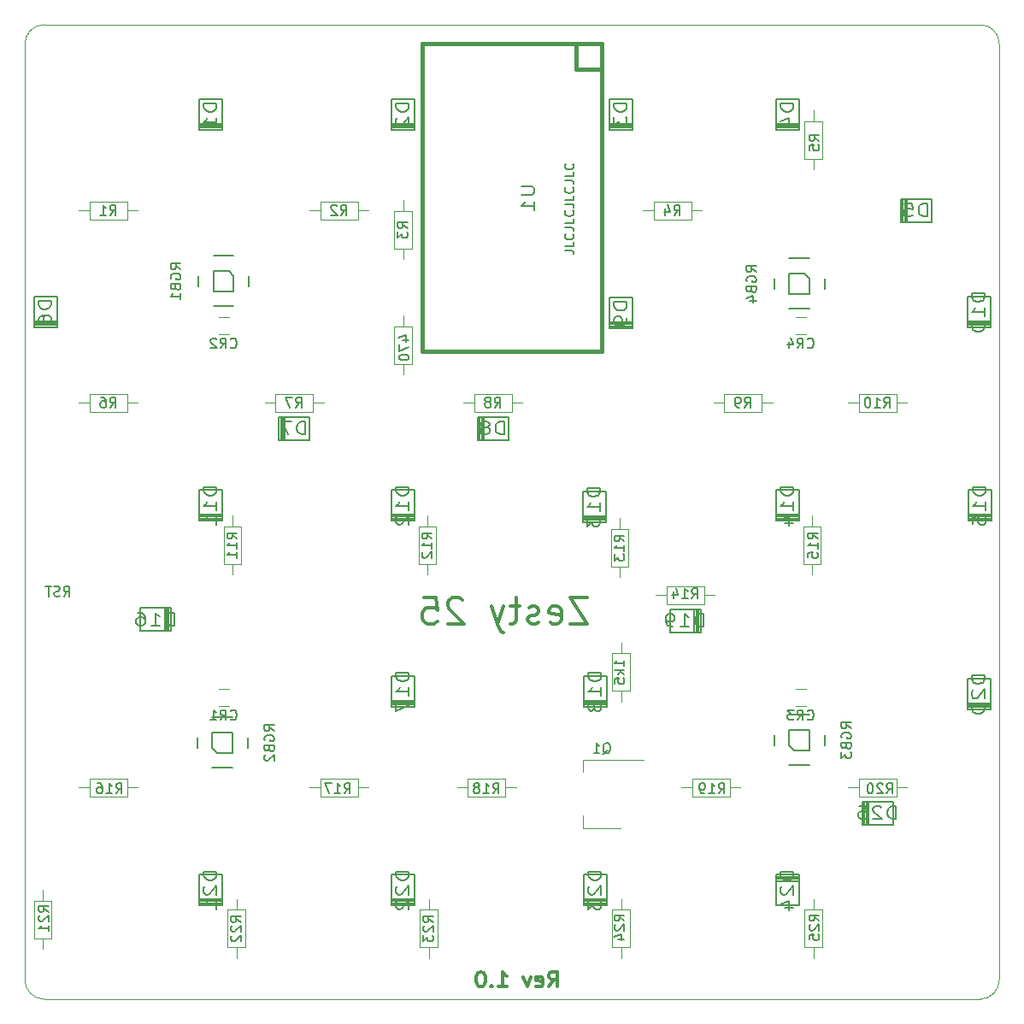
<source format=gbr>
%TF.GenerationSoftware,KiCad,Pcbnew,(5.0.0)*%
%TF.CreationDate,2018-08-30T21:29:27+03:00*%
%TF.ProjectId,Macropad,4D6163726F7061642E6B696361645F70,rev?*%
%TF.SameCoordinates,Original*%
%TF.FileFunction,Legend,Bot*%
%TF.FilePolarity,Positive*%
%FSLAX46Y46*%
G04 Gerber Fmt 4.6, Leading zero omitted, Abs format (unit mm)*
G04 Created by KiCad (PCBNEW (5.0.0)) date 08/30/18 21:29:27*
%MOMM*%
%LPD*%
G01*
G04 APERTURE LIST*
%ADD10C,0.200000*%
%ADD11C,0.300000*%
%ADD12C,0.100000*%
%ADD13C,0.120000*%
%ADD14C,0.150000*%
%ADD15C,0.203200*%
%ADD16C,0.381000*%
G04 APERTURE END LIST*
D10*
X71251982Y-40179422D02*
X71894840Y-40179422D01*
X72023411Y-40222280D01*
X72109125Y-40307994D01*
X72151982Y-40436565D01*
X72151982Y-40522280D01*
X72151982Y-39322280D02*
X72151982Y-39750851D01*
X71251982Y-39750851D01*
X72066268Y-38507994D02*
X72109125Y-38550851D01*
X72151982Y-38679422D01*
X72151982Y-38765137D01*
X72109125Y-38893708D01*
X72023411Y-38979422D01*
X71937697Y-39022280D01*
X71766268Y-39065137D01*
X71637697Y-39065137D01*
X71466268Y-39022280D01*
X71380554Y-38979422D01*
X71294840Y-38893708D01*
X71251982Y-38765137D01*
X71251982Y-38679422D01*
X71294840Y-38550851D01*
X71337697Y-38507994D01*
X71251982Y-37865137D02*
X71894840Y-37865137D01*
X72023411Y-37907994D01*
X72109125Y-37993708D01*
X72151982Y-38122280D01*
X72151982Y-38207994D01*
X72151982Y-37007994D02*
X72151982Y-37436565D01*
X71251982Y-37436565D01*
X72066268Y-36193708D02*
X72109125Y-36236565D01*
X72151982Y-36365137D01*
X72151982Y-36450851D01*
X72109125Y-36579422D01*
X72023411Y-36665137D01*
X71937697Y-36707994D01*
X71766268Y-36750851D01*
X71637697Y-36750851D01*
X71466268Y-36707994D01*
X71380554Y-36665137D01*
X71294840Y-36579422D01*
X71251982Y-36450851D01*
X71251982Y-36365137D01*
X71294840Y-36236565D01*
X71337697Y-36193708D01*
X71251982Y-35550851D02*
X71894840Y-35550851D01*
X72023411Y-35593708D01*
X72109125Y-35679422D01*
X72151982Y-35807994D01*
X72151982Y-35893708D01*
X72151982Y-34693708D02*
X72151982Y-35122280D01*
X71251982Y-35122280D01*
X72066268Y-33879422D02*
X72109125Y-33922280D01*
X72151982Y-34050851D01*
X72151982Y-34136565D01*
X72109125Y-34265137D01*
X72023411Y-34350851D01*
X71937697Y-34393708D01*
X71766268Y-34436565D01*
X71637697Y-34436565D01*
X71466268Y-34393708D01*
X71380554Y-34350851D01*
X71294840Y-34265137D01*
X71251982Y-34136565D01*
X71251982Y-34050851D01*
X71294840Y-33922280D01*
X71337697Y-33879422D01*
X71251982Y-33236565D02*
X71894840Y-33236565D01*
X72023411Y-33279422D01*
X72109125Y-33365137D01*
X72151982Y-33493708D01*
X72151982Y-33579422D01*
X72151982Y-32379422D02*
X72151982Y-32807994D01*
X71251982Y-32807994D01*
X72066268Y-31565137D02*
X72109125Y-31607994D01*
X72151982Y-31736565D01*
X72151982Y-31822280D01*
X72109125Y-31950851D01*
X72023411Y-32036565D01*
X71937697Y-32079422D01*
X71766268Y-32122280D01*
X71637697Y-32122280D01*
X71466268Y-32079422D01*
X71380554Y-32036565D01*
X71294840Y-31950851D01*
X71251982Y-31822280D01*
X71251982Y-31736565D01*
X71294840Y-31607994D01*
X71337697Y-31565137D01*
D11*
X69655142Y-113073571D02*
X70155142Y-112359285D01*
X70512285Y-113073571D02*
X70512285Y-111573571D01*
X69940857Y-111573571D01*
X69798000Y-111645000D01*
X69726571Y-111716428D01*
X69655142Y-111859285D01*
X69655142Y-112073571D01*
X69726571Y-112216428D01*
X69798000Y-112287857D01*
X69940857Y-112359285D01*
X70512285Y-112359285D01*
X68440857Y-113002142D02*
X68583714Y-113073571D01*
X68869428Y-113073571D01*
X69012285Y-113002142D01*
X69083714Y-112859285D01*
X69083714Y-112287857D01*
X69012285Y-112145000D01*
X68869428Y-112073571D01*
X68583714Y-112073571D01*
X68440857Y-112145000D01*
X68369428Y-112287857D01*
X68369428Y-112430714D01*
X69083714Y-112573571D01*
X67869428Y-112073571D02*
X67512285Y-113073571D01*
X67155142Y-112073571D01*
X64655142Y-113073571D02*
X65512285Y-113073571D01*
X65083714Y-113073571D02*
X65083714Y-111573571D01*
X65226571Y-111787857D01*
X65369428Y-111930714D01*
X65512285Y-112002142D01*
X64012285Y-112930714D02*
X63940857Y-113002142D01*
X64012285Y-113073571D01*
X64083714Y-113002142D01*
X64012285Y-112930714D01*
X64012285Y-113073571D01*
X63012285Y-111573571D02*
X62869428Y-111573571D01*
X62726571Y-111645000D01*
X62655142Y-111716428D01*
X62583714Y-111859285D01*
X62512285Y-112145000D01*
X62512285Y-112502142D01*
X62583714Y-112787857D01*
X62655142Y-112930714D01*
X62726571Y-113002142D01*
X62869428Y-113073571D01*
X63012285Y-113073571D01*
X63155142Y-113002142D01*
X63226571Y-112930714D01*
X63298000Y-112787857D01*
X63369428Y-112502142D01*
X63369428Y-112145000D01*
X63298000Y-111859285D01*
X63226571Y-111716428D01*
X63155142Y-111645000D01*
X63012285Y-111573571D01*
X73511333Y-74522190D02*
X71778000Y-74522190D01*
X73511333Y-77122190D01*
X71778000Y-77122190D01*
X69797047Y-76998380D02*
X70044666Y-77122190D01*
X70539904Y-77122190D01*
X70787523Y-76998380D01*
X70911333Y-76750761D01*
X70911333Y-75760285D01*
X70787523Y-75512666D01*
X70539904Y-75388857D01*
X70044666Y-75388857D01*
X69797047Y-75512666D01*
X69673238Y-75760285D01*
X69673238Y-76007904D01*
X70911333Y-76255523D01*
X68682761Y-76998380D02*
X68435142Y-77122190D01*
X67939904Y-77122190D01*
X67692285Y-76998380D01*
X67568476Y-76750761D01*
X67568476Y-76626952D01*
X67692285Y-76379333D01*
X67939904Y-76255523D01*
X68311333Y-76255523D01*
X68558952Y-76131714D01*
X68682761Y-75884095D01*
X68682761Y-75760285D01*
X68558952Y-75512666D01*
X68311333Y-75388857D01*
X67939904Y-75388857D01*
X67692285Y-75512666D01*
X66825619Y-75388857D02*
X65835142Y-75388857D01*
X66454190Y-74522190D02*
X66454190Y-76750761D01*
X66330380Y-76998380D01*
X66082761Y-77122190D01*
X65835142Y-77122190D01*
X65216095Y-75388857D02*
X64597047Y-77122190D01*
X63978000Y-75388857D02*
X64597047Y-77122190D01*
X64844666Y-77741238D01*
X64968476Y-77865047D01*
X65216095Y-77988857D01*
X61130380Y-74769809D02*
X61006571Y-74646000D01*
X60758952Y-74522190D01*
X60139904Y-74522190D01*
X59892285Y-74646000D01*
X59768476Y-74769809D01*
X59644666Y-75017428D01*
X59644666Y-75265047D01*
X59768476Y-75636476D01*
X61254190Y-77122190D01*
X59644666Y-77122190D01*
X57292285Y-74522190D02*
X58530380Y-74522190D01*
X58654190Y-75760285D01*
X58530380Y-75636476D01*
X58282761Y-75512666D01*
X57663714Y-75512666D01*
X57416095Y-75636476D01*
X57292285Y-75760285D01*
X57168476Y-76007904D01*
X57168476Y-76626952D01*
X57292285Y-76874571D01*
X57416095Y-76998380D01*
X57663714Y-77122190D01*
X58282761Y-77122190D01*
X58530380Y-76998380D01*
X58654190Y-76874571D01*
D12*
X17780000Y-112395000D02*
X17780000Y-19685000D01*
X112395000Y-114300000D02*
X19685000Y-114300000D01*
X114300000Y-19685000D02*
X114300000Y-112395000D01*
X19685000Y-17780000D02*
X112395000Y-17780000D01*
X114300000Y-19685000D02*
G75*
G03X112395000Y-17780000I-1905000J0D01*
G01*
X112395000Y-114300000D02*
G75*
G03X114300000Y-112395000I0J1905000D01*
G01*
X17780000Y-112395000D02*
G75*
G03X19685000Y-114300000I1905000J0D01*
G01*
X19685000Y-17780000D02*
G75*
G03X17780000Y-19685000I0J-1905000D01*
G01*
D13*
X37965000Y-85305000D02*
X36965000Y-85305000D01*
X36965000Y-83605000D02*
X37965000Y-83605000D01*
X37965000Y-48475000D02*
X36965000Y-48475000D01*
X36965000Y-46775000D02*
X37965000Y-46775000D01*
X95115000Y-85305000D02*
X94115000Y-85305000D01*
X94115000Y-83605000D02*
X95115000Y-83605000D01*
X95115000Y-48475000D02*
X94115000Y-48475000D01*
X94115000Y-46775000D02*
X95115000Y-46775000D01*
D14*
X37295000Y-27570000D02*
X35095000Y-27570000D01*
X35095000Y-27770000D02*
X37295000Y-27770000D01*
X35195000Y-27970000D02*
X35095000Y-27970000D01*
X35095000Y-27970000D02*
X35195000Y-27970000D01*
X37295000Y-27970000D02*
X35195000Y-27970000D01*
D15*
X35052000Y-25146000D02*
X35052000Y-28194000D01*
X35052000Y-28194000D02*
X37338000Y-28194000D01*
X37338000Y-28194000D02*
X37338000Y-25146000D01*
X37338000Y-25146000D02*
X35052000Y-25146000D01*
D14*
X56345000Y-27570000D02*
X54145000Y-27570000D01*
X54145000Y-27770000D02*
X56345000Y-27770000D01*
X54245000Y-27970000D02*
X54145000Y-27970000D01*
X54145000Y-27970000D02*
X54245000Y-27970000D01*
X56345000Y-27970000D02*
X54245000Y-27970000D01*
D15*
X54102000Y-25146000D02*
X54102000Y-28194000D01*
X54102000Y-28194000D02*
X56388000Y-28194000D01*
X56388000Y-28194000D02*
X56388000Y-25146000D01*
X56388000Y-25146000D02*
X54102000Y-25146000D01*
D14*
X77935000Y-27570000D02*
X75735000Y-27570000D01*
X75735000Y-27770000D02*
X77935000Y-27770000D01*
X75835000Y-27970000D02*
X75735000Y-27970000D01*
X75735000Y-27970000D02*
X75835000Y-27970000D01*
X77935000Y-27970000D02*
X75835000Y-27970000D01*
D15*
X75692000Y-25146000D02*
X75692000Y-28194000D01*
X75692000Y-28194000D02*
X77978000Y-28194000D01*
X77978000Y-28194000D02*
X77978000Y-25146000D01*
X77978000Y-25146000D02*
X75692000Y-25146000D01*
D14*
X94445000Y-27570000D02*
X92245000Y-27570000D01*
X92245000Y-27770000D02*
X94445000Y-27770000D01*
X92345000Y-27970000D02*
X92245000Y-27970000D01*
X92245000Y-27970000D02*
X92345000Y-27970000D01*
X94445000Y-27970000D02*
X92345000Y-27970000D01*
D15*
X92202000Y-25146000D02*
X92202000Y-28194000D01*
X92202000Y-28194000D02*
X94488000Y-28194000D01*
X94488000Y-28194000D02*
X94488000Y-25146000D01*
X94488000Y-25146000D02*
X92202000Y-25146000D01*
D14*
X105145000Y-37295000D02*
X105145000Y-35095000D01*
X104945000Y-35095000D02*
X104945000Y-37295000D01*
X104745000Y-35195000D02*
X104745000Y-35095000D01*
X104745000Y-35095000D02*
X104745000Y-35195000D01*
X104745000Y-37295000D02*
X104745000Y-35195000D01*
D15*
X107569000Y-35052000D02*
X104521000Y-35052000D01*
X104521000Y-35052000D02*
X104521000Y-37338000D01*
X104521000Y-37338000D02*
X107569000Y-37338000D01*
X107569000Y-37338000D02*
X107569000Y-35052000D01*
D14*
X20912000Y-47128000D02*
X18712000Y-47128000D01*
X18712000Y-47328000D02*
X20912000Y-47328000D01*
X18812000Y-47528000D02*
X18712000Y-47528000D01*
X18712000Y-47528000D02*
X18812000Y-47528000D01*
X20912000Y-47528000D02*
X18812000Y-47528000D01*
D15*
X18669000Y-44704000D02*
X18669000Y-47752000D01*
X18669000Y-47752000D02*
X20955000Y-47752000D01*
X20955000Y-47752000D02*
X20955000Y-44704000D01*
X20955000Y-44704000D02*
X18669000Y-44704000D01*
D14*
X43550000Y-58885000D02*
X43550000Y-56685000D01*
X43350000Y-56685000D02*
X43350000Y-58885000D01*
X43150000Y-56785000D02*
X43150000Y-56685000D01*
X43150000Y-56685000D02*
X43150000Y-56785000D01*
X43150000Y-58885000D02*
X43150000Y-56785000D01*
D15*
X45974000Y-56642000D02*
X42926000Y-56642000D01*
X42926000Y-56642000D02*
X42926000Y-58928000D01*
X42926000Y-58928000D02*
X45974000Y-58928000D01*
X45974000Y-58928000D02*
X45974000Y-56642000D01*
D14*
X63235000Y-58885000D02*
X63235000Y-56685000D01*
X63035000Y-56685000D02*
X63035000Y-58885000D01*
X62835000Y-56785000D02*
X62835000Y-56685000D01*
X62835000Y-56685000D02*
X62835000Y-56785000D01*
X62835000Y-58885000D02*
X62835000Y-56785000D01*
D15*
X65659000Y-56642000D02*
X62611000Y-56642000D01*
X62611000Y-56642000D02*
X62611000Y-58928000D01*
X62611000Y-58928000D02*
X65659000Y-58928000D01*
X65659000Y-58928000D02*
X65659000Y-56642000D01*
D14*
X77935000Y-47255000D02*
X75735000Y-47255000D01*
X75735000Y-47455000D02*
X77935000Y-47455000D01*
X75835000Y-47655000D02*
X75735000Y-47655000D01*
X75735000Y-47655000D02*
X75835000Y-47655000D01*
X77935000Y-47655000D02*
X75835000Y-47655000D01*
D15*
X75692000Y-44831000D02*
X75692000Y-47879000D01*
X75692000Y-47879000D02*
X77978000Y-47879000D01*
X77978000Y-47879000D02*
X77978000Y-44831000D01*
X77978000Y-44831000D02*
X75692000Y-44831000D01*
D14*
X113368000Y-47128000D02*
X111168000Y-47128000D01*
X111168000Y-47328000D02*
X113368000Y-47328000D01*
X111268000Y-47528000D02*
X111168000Y-47528000D01*
X111168000Y-47528000D02*
X111268000Y-47528000D01*
X113368000Y-47528000D02*
X111268000Y-47528000D01*
D15*
X111125000Y-44704000D02*
X111125000Y-47752000D01*
X111125000Y-47752000D02*
X113411000Y-47752000D01*
X113411000Y-47752000D02*
X113411000Y-44704000D01*
X113411000Y-44704000D02*
X111125000Y-44704000D01*
D14*
X37295000Y-66305000D02*
X35095000Y-66305000D01*
X35095000Y-66505000D02*
X37295000Y-66505000D01*
X35195000Y-66705000D02*
X35095000Y-66705000D01*
X35095000Y-66705000D02*
X35195000Y-66705000D01*
X37295000Y-66705000D02*
X35195000Y-66705000D01*
D15*
X35052000Y-63881000D02*
X35052000Y-66929000D01*
X35052000Y-66929000D02*
X37338000Y-66929000D01*
X37338000Y-66929000D02*
X37338000Y-63881000D01*
X37338000Y-63881000D02*
X35052000Y-63881000D01*
D14*
X56345000Y-66305000D02*
X54145000Y-66305000D01*
X54145000Y-66505000D02*
X56345000Y-66505000D01*
X54245000Y-66705000D02*
X54145000Y-66705000D01*
X54145000Y-66705000D02*
X54245000Y-66705000D01*
X56345000Y-66705000D02*
X54245000Y-66705000D01*
D15*
X54102000Y-63881000D02*
X54102000Y-66929000D01*
X54102000Y-66929000D02*
X56388000Y-66929000D01*
X56388000Y-66929000D02*
X56388000Y-63881000D01*
X56388000Y-63881000D02*
X54102000Y-63881000D01*
D14*
X75268000Y-66432000D02*
X73068000Y-66432000D01*
X73068000Y-66632000D02*
X75268000Y-66632000D01*
X73168000Y-66832000D02*
X73068000Y-66832000D01*
X73068000Y-66832000D02*
X73168000Y-66832000D01*
X75268000Y-66832000D02*
X73168000Y-66832000D01*
D15*
X73025000Y-64008000D02*
X73025000Y-67056000D01*
X73025000Y-67056000D02*
X75311000Y-67056000D01*
X75311000Y-67056000D02*
X75311000Y-64008000D01*
X75311000Y-64008000D02*
X73025000Y-64008000D01*
D14*
X94445000Y-66305000D02*
X92245000Y-66305000D01*
X92245000Y-66505000D02*
X94445000Y-66505000D01*
X92345000Y-66705000D02*
X92245000Y-66705000D01*
X92245000Y-66705000D02*
X92345000Y-66705000D01*
X94445000Y-66705000D02*
X92345000Y-66705000D01*
D15*
X92202000Y-63881000D02*
X92202000Y-66929000D01*
X92202000Y-66929000D02*
X94488000Y-66929000D01*
X94488000Y-66929000D02*
X94488000Y-63881000D01*
X94488000Y-63881000D02*
X92202000Y-63881000D01*
D14*
X113495000Y-66305000D02*
X111295000Y-66305000D01*
X111295000Y-66505000D02*
X113495000Y-66505000D01*
X111395000Y-66705000D02*
X111295000Y-66705000D01*
X111295000Y-66705000D02*
X111395000Y-66705000D01*
X113495000Y-66705000D02*
X111395000Y-66705000D01*
D15*
X111252000Y-63881000D02*
X111252000Y-66929000D01*
X111252000Y-66929000D02*
X113538000Y-66929000D01*
X113538000Y-66929000D02*
X113538000Y-63881000D01*
X113538000Y-63881000D02*
X111252000Y-63881000D01*
D14*
X31634000Y-75608000D02*
X31634000Y-77808000D01*
X31834000Y-77808000D02*
X31834000Y-75608000D01*
X32034000Y-77708000D02*
X32034000Y-77808000D01*
X32034000Y-77808000D02*
X32034000Y-77708000D01*
X32034000Y-75608000D02*
X32034000Y-77708000D01*
D15*
X29210000Y-77851000D02*
X32258000Y-77851000D01*
X32258000Y-77851000D02*
X32258000Y-75565000D01*
X32258000Y-75565000D02*
X29210000Y-75565000D01*
X29210000Y-75565000D02*
X29210000Y-77851000D01*
D14*
X56345000Y-84720000D02*
X54145000Y-84720000D01*
X54145000Y-84920000D02*
X56345000Y-84920000D01*
X54245000Y-85120000D02*
X54145000Y-85120000D01*
X54145000Y-85120000D02*
X54245000Y-85120000D01*
X56345000Y-85120000D02*
X54245000Y-85120000D01*
D15*
X54102000Y-82296000D02*
X54102000Y-85344000D01*
X54102000Y-85344000D02*
X56388000Y-85344000D01*
X56388000Y-85344000D02*
X56388000Y-82296000D01*
X56388000Y-82296000D02*
X54102000Y-82296000D01*
D14*
X75395000Y-84720000D02*
X73195000Y-84720000D01*
X73195000Y-84920000D02*
X75395000Y-84920000D01*
X73295000Y-85120000D02*
X73195000Y-85120000D01*
X73195000Y-85120000D02*
X73295000Y-85120000D01*
X75395000Y-85120000D02*
X73295000Y-85120000D01*
D15*
X73152000Y-82296000D02*
X73152000Y-85344000D01*
X73152000Y-85344000D02*
X75438000Y-85344000D01*
X75438000Y-85344000D02*
X75438000Y-82296000D01*
X75438000Y-82296000D02*
X73152000Y-82296000D01*
D14*
X84085000Y-75735000D02*
X84085000Y-77935000D01*
X84285000Y-77935000D02*
X84285000Y-75735000D01*
X84485000Y-77835000D02*
X84485000Y-77935000D01*
X84485000Y-77935000D02*
X84485000Y-77835000D01*
X84485000Y-75735000D02*
X84485000Y-77835000D01*
D15*
X81661000Y-77978000D02*
X84709000Y-77978000D01*
X84709000Y-77978000D02*
X84709000Y-75692000D01*
X84709000Y-75692000D02*
X81661000Y-75692000D01*
X81661000Y-75692000D02*
X81661000Y-77978000D01*
D14*
X113368000Y-84974000D02*
X111168000Y-84974000D01*
X111168000Y-85174000D02*
X113368000Y-85174000D01*
X111268000Y-85374000D02*
X111168000Y-85374000D01*
X111168000Y-85374000D02*
X111268000Y-85374000D01*
X113368000Y-85374000D02*
X111268000Y-85374000D01*
D15*
X111125000Y-82550000D02*
X111125000Y-85598000D01*
X111125000Y-85598000D02*
X113411000Y-85598000D01*
X113411000Y-85598000D02*
X113411000Y-82550000D01*
X113411000Y-82550000D02*
X111125000Y-82550000D01*
D14*
X37295000Y-104405000D02*
X35095000Y-104405000D01*
X35095000Y-104605000D02*
X37295000Y-104605000D01*
X35195000Y-104805000D02*
X35095000Y-104805000D01*
X35095000Y-104805000D02*
X35195000Y-104805000D01*
X37295000Y-104805000D02*
X35195000Y-104805000D01*
D15*
X35052000Y-101981000D02*
X35052000Y-105029000D01*
X35052000Y-105029000D02*
X37338000Y-105029000D01*
X37338000Y-105029000D02*
X37338000Y-101981000D01*
X37338000Y-101981000D02*
X35052000Y-101981000D01*
D14*
X56345000Y-104405000D02*
X54145000Y-104405000D01*
X54145000Y-104605000D02*
X56345000Y-104605000D01*
X54245000Y-104805000D02*
X54145000Y-104805000D01*
X54145000Y-104805000D02*
X54245000Y-104805000D01*
X56345000Y-104805000D02*
X54245000Y-104805000D01*
D15*
X54102000Y-101981000D02*
X54102000Y-105029000D01*
X54102000Y-105029000D02*
X56388000Y-105029000D01*
X56388000Y-105029000D02*
X56388000Y-101981000D01*
X56388000Y-101981000D02*
X54102000Y-101981000D01*
D14*
X75395000Y-104405000D02*
X73195000Y-104405000D01*
X73195000Y-104605000D02*
X75395000Y-104605000D01*
X73295000Y-104805000D02*
X73195000Y-104805000D01*
X73195000Y-104805000D02*
X73295000Y-104805000D01*
X75395000Y-104805000D02*
X73295000Y-104805000D01*
D15*
X73152000Y-101981000D02*
X73152000Y-105029000D01*
X73152000Y-105029000D02*
X75438000Y-105029000D01*
X75438000Y-105029000D02*
X75438000Y-101981000D01*
X75438000Y-101981000D02*
X73152000Y-101981000D01*
D14*
X92245000Y-102605000D02*
X94445000Y-102605000D01*
X94445000Y-102405000D02*
X92245000Y-102405000D01*
X94345000Y-102205000D02*
X94445000Y-102205000D01*
X94445000Y-102205000D02*
X94345000Y-102205000D01*
X92245000Y-102205000D02*
X94345000Y-102205000D01*
D15*
X94488000Y-105029000D02*
X94488000Y-101981000D01*
X94488000Y-101981000D02*
X92202000Y-101981000D01*
X92202000Y-101981000D02*
X92202000Y-105029000D01*
X92202000Y-105029000D02*
X94488000Y-105029000D01*
D14*
X101335000Y-96985000D02*
X101335000Y-94785000D01*
X101135000Y-94785000D02*
X101135000Y-96985000D01*
X100935000Y-94885000D02*
X100935000Y-94785000D01*
X100935000Y-94785000D02*
X100935000Y-94885000D01*
X100935000Y-96985000D02*
X100935000Y-94885000D01*
D15*
X103759000Y-94742000D02*
X100711000Y-94742000D01*
X100711000Y-94742000D02*
X100711000Y-97028000D01*
X100711000Y-97028000D02*
X103759000Y-97028000D01*
X103759000Y-97028000D02*
X103759000Y-94742000D01*
D13*
X77695000Y-83775000D02*
X75975000Y-83775000D01*
X75975000Y-83775000D02*
X75975000Y-80055000D01*
X75975000Y-80055000D02*
X77695000Y-80055000D01*
X77695000Y-80055000D02*
X77695000Y-83775000D01*
X76835000Y-84845000D02*
X76835000Y-83775000D01*
X76835000Y-78985000D02*
X76835000Y-80055000D01*
X73020000Y-97390000D02*
X73020000Y-96130000D01*
X73020000Y-90570000D02*
X73020000Y-91830000D01*
X76780000Y-97390000D02*
X73020000Y-97390000D01*
X79030000Y-90570000D02*
X73020000Y-90570000D01*
X24175000Y-37055000D02*
X24175000Y-35335000D01*
X24175000Y-35335000D02*
X27895000Y-35335000D01*
X27895000Y-35335000D02*
X27895000Y-37055000D01*
X27895000Y-37055000D02*
X24175000Y-37055000D01*
X23105000Y-36195000D02*
X24175000Y-36195000D01*
X28965000Y-36195000D02*
X27895000Y-36195000D01*
X47035000Y-37055000D02*
X47035000Y-35335000D01*
X47035000Y-35335000D02*
X50755000Y-35335000D01*
X50755000Y-35335000D02*
X50755000Y-37055000D01*
X50755000Y-37055000D02*
X47035000Y-37055000D01*
X45965000Y-36195000D02*
X47035000Y-36195000D01*
X51825000Y-36195000D02*
X50755000Y-36195000D01*
X54385000Y-36240000D02*
X56105000Y-36240000D01*
X56105000Y-36240000D02*
X56105000Y-39960000D01*
X56105000Y-39960000D02*
X54385000Y-39960000D01*
X54385000Y-39960000D02*
X54385000Y-36240000D01*
X55245000Y-35170000D02*
X55245000Y-36240000D01*
X55245000Y-41030000D02*
X55245000Y-39960000D01*
X80055000Y-37055000D02*
X80055000Y-35335000D01*
X80055000Y-35335000D02*
X83775000Y-35335000D01*
X83775000Y-35335000D02*
X83775000Y-37055000D01*
X83775000Y-37055000D02*
X80055000Y-37055000D01*
X78985000Y-36195000D02*
X80055000Y-36195000D01*
X84845000Y-36195000D02*
X83775000Y-36195000D01*
X95025000Y-27350000D02*
X96745000Y-27350000D01*
X96745000Y-27350000D02*
X96745000Y-31070000D01*
X96745000Y-31070000D02*
X95025000Y-31070000D01*
X95025000Y-31070000D02*
X95025000Y-27350000D01*
X95885000Y-26280000D02*
X95885000Y-27350000D01*
X95885000Y-32140000D02*
X95885000Y-31070000D01*
X24175000Y-56105000D02*
X24175000Y-54385000D01*
X24175000Y-54385000D02*
X27895000Y-54385000D01*
X27895000Y-54385000D02*
X27895000Y-56105000D01*
X27895000Y-56105000D02*
X24175000Y-56105000D01*
X23105000Y-55245000D02*
X24175000Y-55245000D01*
X28965000Y-55245000D02*
X27895000Y-55245000D01*
X46310000Y-54385000D02*
X46310000Y-56105000D01*
X46310000Y-56105000D02*
X42590000Y-56105000D01*
X42590000Y-56105000D02*
X42590000Y-54385000D01*
X42590000Y-54385000D02*
X46310000Y-54385000D01*
X47380000Y-55245000D02*
X46310000Y-55245000D01*
X41520000Y-55245000D02*
X42590000Y-55245000D01*
X65995000Y-54385000D02*
X65995000Y-56105000D01*
X65995000Y-56105000D02*
X62275000Y-56105000D01*
X62275000Y-56105000D02*
X62275000Y-54385000D01*
X62275000Y-54385000D02*
X65995000Y-54385000D01*
X67065000Y-55245000D02*
X65995000Y-55245000D01*
X61205000Y-55245000D02*
X62275000Y-55245000D01*
X87040000Y-56105000D02*
X87040000Y-54385000D01*
X87040000Y-54385000D02*
X90760000Y-54385000D01*
X90760000Y-54385000D02*
X90760000Y-56105000D01*
X90760000Y-56105000D02*
X87040000Y-56105000D01*
X85970000Y-55245000D02*
X87040000Y-55245000D01*
X91830000Y-55245000D02*
X90760000Y-55245000D01*
X104095000Y-54385000D02*
X104095000Y-56105000D01*
X104095000Y-56105000D02*
X100375000Y-56105000D01*
X100375000Y-56105000D02*
X100375000Y-54385000D01*
X100375000Y-54385000D02*
X104095000Y-54385000D01*
X105165000Y-55245000D02*
X104095000Y-55245000D01*
X99305000Y-55245000D02*
X100375000Y-55245000D01*
X37494000Y-67482000D02*
X39214000Y-67482000D01*
X39214000Y-67482000D02*
X39214000Y-71202000D01*
X39214000Y-71202000D02*
X37494000Y-71202000D01*
X37494000Y-71202000D02*
X37494000Y-67482000D01*
X38354000Y-66412000D02*
X38354000Y-67482000D01*
X38354000Y-72272000D02*
X38354000Y-71202000D01*
X56798000Y-67482000D02*
X58518000Y-67482000D01*
X58518000Y-67482000D02*
X58518000Y-71202000D01*
X58518000Y-71202000D02*
X56798000Y-71202000D01*
X56798000Y-71202000D02*
X56798000Y-67482000D01*
X57658000Y-66412000D02*
X57658000Y-67482000D01*
X57658000Y-72272000D02*
X57658000Y-71202000D01*
X75848000Y-67736000D02*
X77568000Y-67736000D01*
X77568000Y-67736000D02*
X77568000Y-71456000D01*
X77568000Y-71456000D02*
X75848000Y-71456000D01*
X75848000Y-71456000D02*
X75848000Y-67736000D01*
X76708000Y-66666000D02*
X76708000Y-67736000D01*
X76708000Y-72526000D02*
X76708000Y-71456000D01*
X85045000Y-73435000D02*
X85045000Y-75155000D01*
X85045000Y-75155000D02*
X81325000Y-75155000D01*
X81325000Y-75155000D02*
X81325000Y-73435000D01*
X81325000Y-73435000D02*
X85045000Y-73435000D01*
X86115000Y-74295000D02*
X85045000Y-74295000D01*
X80255000Y-74295000D02*
X81325000Y-74295000D01*
X94898000Y-67482000D02*
X96618000Y-67482000D01*
X96618000Y-67482000D02*
X96618000Y-71202000D01*
X96618000Y-71202000D02*
X94898000Y-71202000D01*
X94898000Y-71202000D02*
X94898000Y-67482000D01*
X95758000Y-66412000D02*
X95758000Y-67482000D01*
X95758000Y-72272000D02*
X95758000Y-71202000D01*
X27895000Y-92485000D02*
X27895000Y-94205000D01*
X27895000Y-94205000D02*
X24175000Y-94205000D01*
X24175000Y-94205000D02*
X24175000Y-92485000D01*
X24175000Y-92485000D02*
X27895000Y-92485000D01*
X28965000Y-93345000D02*
X27895000Y-93345000D01*
X23105000Y-93345000D02*
X24175000Y-93345000D01*
X50755000Y-92485000D02*
X50755000Y-94205000D01*
X50755000Y-94205000D02*
X47035000Y-94205000D01*
X47035000Y-94205000D02*
X47035000Y-92485000D01*
X47035000Y-92485000D02*
X50755000Y-92485000D01*
X51825000Y-93345000D02*
X50755000Y-93345000D01*
X45965000Y-93345000D02*
X47035000Y-93345000D01*
X65360000Y-92485000D02*
X65360000Y-94205000D01*
X65360000Y-94205000D02*
X61640000Y-94205000D01*
X61640000Y-94205000D02*
X61640000Y-92485000D01*
X61640000Y-92485000D02*
X65360000Y-92485000D01*
X66430000Y-93345000D02*
X65360000Y-93345000D01*
X60570000Y-93345000D02*
X61640000Y-93345000D01*
X83865000Y-94205000D02*
X83865000Y-92485000D01*
X83865000Y-92485000D02*
X87585000Y-92485000D01*
X87585000Y-92485000D02*
X87585000Y-94205000D01*
X87585000Y-94205000D02*
X83865000Y-94205000D01*
X82795000Y-93345000D02*
X83865000Y-93345000D01*
X88655000Y-93345000D02*
X87585000Y-93345000D01*
X104095000Y-92485000D02*
X104095000Y-94205000D01*
X104095000Y-94205000D02*
X100375000Y-94205000D01*
X100375000Y-94205000D02*
X100375000Y-92485000D01*
X100375000Y-92485000D02*
X104095000Y-92485000D01*
X105165000Y-93345000D02*
X104095000Y-93345000D01*
X99305000Y-93345000D02*
X100375000Y-93345000D01*
X20418000Y-108286000D02*
X18698000Y-108286000D01*
X18698000Y-108286000D02*
X18698000Y-104566000D01*
X18698000Y-104566000D02*
X20418000Y-104566000D01*
X20418000Y-104566000D02*
X20418000Y-108286000D01*
X19558000Y-109356000D02*
X19558000Y-108286000D01*
X19558000Y-103496000D02*
X19558000Y-104566000D01*
X37875000Y-105455000D02*
X39595000Y-105455000D01*
X39595000Y-105455000D02*
X39595000Y-109175000D01*
X39595000Y-109175000D02*
X37875000Y-109175000D01*
X37875000Y-109175000D02*
X37875000Y-105455000D01*
X38735000Y-104385000D02*
X38735000Y-105455000D01*
X38735000Y-110245000D02*
X38735000Y-109175000D01*
X56925000Y-105455000D02*
X58645000Y-105455000D01*
X58645000Y-105455000D02*
X58645000Y-109175000D01*
X58645000Y-109175000D02*
X56925000Y-109175000D01*
X56925000Y-109175000D02*
X56925000Y-105455000D01*
X57785000Y-104385000D02*
X57785000Y-105455000D01*
X57785000Y-110245000D02*
X57785000Y-109175000D01*
X75975000Y-105455000D02*
X77695000Y-105455000D01*
X77695000Y-105455000D02*
X77695000Y-109175000D01*
X77695000Y-109175000D02*
X75975000Y-109175000D01*
X75975000Y-109175000D02*
X75975000Y-105455000D01*
X76835000Y-104385000D02*
X76835000Y-105455000D01*
X76835000Y-110245000D02*
X76835000Y-109175000D01*
X95025000Y-105455000D02*
X96745000Y-105455000D01*
X96745000Y-105455000D02*
X96745000Y-109175000D01*
X96745000Y-109175000D02*
X95025000Y-109175000D01*
X95025000Y-109175000D02*
X95025000Y-105455000D01*
X95885000Y-104385000D02*
X95885000Y-105455000D01*
X95885000Y-110245000D02*
X95885000Y-109175000D01*
D10*
X36465000Y-42180000D02*
X36465000Y-44180000D01*
X36465000Y-44180000D02*
X38465000Y-44180000D01*
X38465000Y-44180000D02*
X38465000Y-42680000D01*
X38465000Y-42680000D02*
X37965000Y-42180000D01*
X37965000Y-42180000D02*
X36465000Y-42180000D01*
X36465000Y-40680000D02*
X38465000Y-40680000D01*
X39965000Y-42680000D02*
X39965000Y-43680000D01*
X36465000Y-45680000D02*
X38465000Y-45680000D01*
X34965000Y-42680000D02*
X34965000Y-43680000D01*
X38338000Y-89900000D02*
X38338000Y-87900000D01*
X38338000Y-87900000D02*
X36338000Y-87900000D01*
X36338000Y-87900000D02*
X36338000Y-89400000D01*
X36338000Y-89400000D02*
X36838000Y-89900000D01*
X36838000Y-89900000D02*
X38338000Y-89900000D01*
X38338000Y-91400000D02*
X36338000Y-91400000D01*
X34838000Y-89400000D02*
X34838000Y-88400000D01*
X38338000Y-86400000D02*
X36338000Y-86400000D01*
X39838000Y-89400000D02*
X39838000Y-88400000D01*
X95488000Y-89646000D02*
X95488000Y-87646000D01*
X95488000Y-87646000D02*
X93488000Y-87646000D01*
X93488000Y-87646000D02*
X93488000Y-89146000D01*
X93488000Y-89146000D02*
X93988000Y-89646000D01*
X93988000Y-89646000D02*
X95488000Y-89646000D01*
X95488000Y-91146000D02*
X93488000Y-91146000D01*
X91988000Y-89146000D02*
X91988000Y-88146000D01*
X95488000Y-86146000D02*
X93488000Y-86146000D01*
X96988000Y-89146000D02*
X96988000Y-88146000D01*
X93488000Y-42434000D02*
X93488000Y-44434000D01*
X93488000Y-44434000D02*
X95488000Y-44434000D01*
X95488000Y-44434000D02*
X95488000Y-42934000D01*
X95488000Y-42934000D02*
X94988000Y-42434000D01*
X94988000Y-42434000D02*
X93488000Y-42434000D01*
X93488000Y-40934000D02*
X95488000Y-40934000D01*
X96988000Y-42934000D02*
X96988000Y-43934000D01*
X93488000Y-45934000D02*
X95488000Y-45934000D01*
X91988000Y-42934000D02*
X91988000Y-43934000D01*
D13*
X54385000Y-47670000D02*
X56105000Y-47670000D01*
X56105000Y-47670000D02*
X56105000Y-51390000D01*
X56105000Y-51390000D02*
X54385000Y-51390000D01*
X54385000Y-51390000D02*
X54385000Y-47670000D01*
X55245000Y-46600000D02*
X55245000Y-47670000D01*
X55245000Y-52460000D02*
X55245000Y-51390000D01*
D16*
X57150000Y-19685000D02*
X74930000Y-19685000D01*
X74930000Y-19685000D02*
X74930000Y-50165000D01*
X74930000Y-50165000D02*
X57150000Y-50165000D01*
X57150000Y-50165000D02*
X57150000Y-19685000D01*
X72390000Y-19685000D02*
X72390000Y-22225000D01*
X72390000Y-22225000D02*
X74930000Y-22225000D01*
D14*
X38131666Y-86562142D02*
X38179285Y-86609761D01*
X38322142Y-86657380D01*
X38417380Y-86657380D01*
X38560238Y-86609761D01*
X38655476Y-86514523D01*
X38703095Y-86419285D01*
X38750714Y-86228809D01*
X38750714Y-86085952D01*
X38703095Y-85895476D01*
X38655476Y-85800238D01*
X38560238Y-85705000D01*
X38417380Y-85657380D01*
X38322142Y-85657380D01*
X38179285Y-85705000D01*
X38131666Y-85752619D01*
X37131666Y-86657380D02*
X37465000Y-86181190D01*
X37703095Y-86657380D02*
X37703095Y-85657380D01*
X37322142Y-85657380D01*
X37226904Y-85705000D01*
X37179285Y-85752619D01*
X37131666Y-85847857D01*
X37131666Y-85990714D01*
X37179285Y-86085952D01*
X37226904Y-86133571D01*
X37322142Y-86181190D01*
X37703095Y-86181190D01*
X36179285Y-86657380D02*
X36750714Y-86657380D01*
X36465000Y-86657380D02*
X36465000Y-85657380D01*
X36560238Y-85800238D01*
X36655476Y-85895476D01*
X36750714Y-85943095D01*
X38131666Y-49732142D02*
X38179285Y-49779761D01*
X38322142Y-49827380D01*
X38417380Y-49827380D01*
X38560238Y-49779761D01*
X38655476Y-49684523D01*
X38703095Y-49589285D01*
X38750714Y-49398809D01*
X38750714Y-49255952D01*
X38703095Y-49065476D01*
X38655476Y-48970238D01*
X38560238Y-48875000D01*
X38417380Y-48827380D01*
X38322142Y-48827380D01*
X38179285Y-48875000D01*
X38131666Y-48922619D01*
X37131666Y-49827380D02*
X37465000Y-49351190D01*
X37703095Y-49827380D02*
X37703095Y-48827380D01*
X37322142Y-48827380D01*
X37226904Y-48875000D01*
X37179285Y-48922619D01*
X37131666Y-49017857D01*
X37131666Y-49160714D01*
X37179285Y-49255952D01*
X37226904Y-49303571D01*
X37322142Y-49351190D01*
X37703095Y-49351190D01*
X36750714Y-48922619D02*
X36703095Y-48875000D01*
X36607857Y-48827380D01*
X36369761Y-48827380D01*
X36274523Y-48875000D01*
X36226904Y-48922619D01*
X36179285Y-49017857D01*
X36179285Y-49113095D01*
X36226904Y-49255952D01*
X36798333Y-49827380D01*
X36179285Y-49827380D01*
X95281666Y-86562142D02*
X95329285Y-86609761D01*
X95472142Y-86657380D01*
X95567380Y-86657380D01*
X95710238Y-86609761D01*
X95805476Y-86514523D01*
X95853095Y-86419285D01*
X95900714Y-86228809D01*
X95900714Y-86085952D01*
X95853095Y-85895476D01*
X95805476Y-85800238D01*
X95710238Y-85705000D01*
X95567380Y-85657380D01*
X95472142Y-85657380D01*
X95329285Y-85705000D01*
X95281666Y-85752619D01*
X94281666Y-86657380D02*
X94615000Y-86181190D01*
X94853095Y-86657380D02*
X94853095Y-85657380D01*
X94472142Y-85657380D01*
X94376904Y-85705000D01*
X94329285Y-85752619D01*
X94281666Y-85847857D01*
X94281666Y-85990714D01*
X94329285Y-86085952D01*
X94376904Y-86133571D01*
X94472142Y-86181190D01*
X94853095Y-86181190D01*
X93948333Y-85657380D02*
X93329285Y-85657380D01*
X93662619Y-86038333D01*
X93519761Y-86038333D01*
X93424523Y-86085952D01*
X93376904Y-86133571D01*
X93329285Y-86228809D01*
X93329285Y-86466904D01*
X93376904Y-86562142D01*
X93424523Y-86609761D01*
X93519761Y-86657380D01*
X93805476Y-86657380D01*
X93900714Y-86609761D01*
X93948333Y-86562142D01*
X95281666Y-49732142D02*
X95329285Y-49779761D01*
X95472142Y-49827380D01*
X95567380Y-49827380D01*
X95710238Y-49779761D01*
X95805476Y-49684523D01*
X95853095Y-49589285D01*
X95900714Y-49398809D01*
X95900714Y-49255952D01*
X95853095Y-49065476D01*
X95805476Y-48970238D01*
X95710238Y-48875000D01*
X95567380Y-48827380D01*
X95472142Y-48827380D01*
X95329285Y-48875000D01*
X95281666Y-48922619D01*
X94281666Y-49827380D02*
X94615000Y-49351190D01*
X94853095Y-49827380D02*
X94853095Y-48827380D01*
X94472142Y-48827380D01*
X94376904Y-48875000D01*
X94329285Y-48922619D01*
X94281666Y-49017857D01*
X94281666Y-49160714D01*
X94329285Y-49255952D01*
X94376904Y-49303571D01*
X94472142Y-49351190D01*
X94853095Y-49351190D01*
X93424523Y-49160714D02*
X93424523Y-49827380D01*
X93662619Y-48779761D02*
X93900714Y-49494047D01*
X93281666Y-49494047D01*
D15*
X36769523Y-25545142D02*
X35499523Y-25545142D01*
X35499523Y-25908000D01*
X35560000Y-26125714D01*
X35680952Y-26270857D01*
X35801904Y-26343428D01*
X36043809Y-26416000D01*
X36225238Y-26416000D01*
X36467142Y-26343428D01*
X36588095Y-26270857D01*
X36709047Y-26125714D01*
X36769523Y-25908000D01*
X36769523Y-25545142D01*
X36769523Y-27867428D02*
X36769523Y-26996571D01*
X36769523Y-27432000D02*
X35499523Y-27432000D01*
X35680952Y-27286857D01*
X35801904Y-27141714D01*
X35862380Y-26996571D01*
X55819523Y-25545142D02*
X54549523Y-25545142D01*
X54549523Y-25908000D01*
X54610000Y-26125714D01*
X54730952Y-26270857D01*
X54851904Y-26343428D01*
X55093809Y-26416000D01*
X55275238Y-26416000D01*
X55517142Y-26343428D01*
X55638095Y-26270857D01*
X55759047Y-26125714D01*
X55819523Y-25908000D01*
X55819523Y-25545142D01*
X54670476Y-26996571D02*
X54610000Y-27069142D01*
X54549523Y-27214285D01*
X54549523Y-27577142D01*
X54610000Y-27722285D01*
X54670476Y-27794857D01*
X54791428Y-27867428D01*
X54912380Y-27867428D01*
X55093809Y-27794857D01*
X55819523Y-26924000D01*
X55819523Y-27867428D01*
X77409523Y-25545142D02*
X76139523Y-25545142D01*
X76139523Y-25908000D01*
X76200000Y-26125714D01*
X76320952Y-26270857D01*
X76441904Y-26343428D01*
X76683809Y-26416000D01*
X76865238Y-26416000D01*
X77107142Y-26343428D01*
X77228095Y-26270857D01*
X77349047Y-26125714D01*
X77409523Y-25908000D01*
X77409523Y-25545142D01*
X76139523Y-26924000D02*
X76139523Y-27867428D01*
X76623333Y-27359428D01*
X76623333Y-27577142D01*
X76683809Y-27722285D01*
X76744285Y-27794857D01*
X76865238Y-27867428D01*
X77167619Y-27867428D01*
X77288571Y-27794857D01*
X77349047Y-27722285D01*
X77409523Y-27577142D01*
X77409523Y-27141714D01*
X77349047Y-26996571D01*
X77288571Y-26924000D01*
X93919523Y-25545142D02*
X92649523Y-25545142D01*
X92649523Y-25908000D01*
X92710000Y-26125714D01*
X92830952Y-26270857D01*
X92951904Y-26343428D01*
X93193809Y-26416000D01*
X93375238Y-26416000D01*
X93617142Y-26343428D01*
X93738095Y-26270857D01*
X93859047Y-26125714D01*
X93919523Y-25908000D01*
X93919523Y-25545142D01*
X93072857Y-27722285D02*
X93919523Y-27722285D01*
X92589047Y-27359428D02*
X93496190Y-26996571D01*
X93496190Y-27940000D01*
X107169857Y-36769523D02*
X107169857Y-35499523D01*
X106807000Y-35499523D01*
X106589285Y-35560000D01*
X106444142Y-35680952D01*
X106371571Y-35801904D01*
X106299000Y-36043809D01*
X106299000Y-36225238D01*
X106371571Y-36467142D01*
X106444142Y-36588095D01*
X106589285Y-36709047D01*
X106807000Y-36769523D01*
X107169857Y-36769523D01*
X104920142Y-35499523D02*
X105645857Y-35499523D01*
X105718428Y-36104285D01*
X105645857Y-36043809D01*
X105500714Y-35983333D01*
X105137857Y-35983333D01*
X104992714Y-36043809D01*
X104920142Y-36104285D01*
X104847571Y-36225238D01*
X104847571Y-36527619D01*
X104920142Y-36648571D01*
X104992714Y-36709047D01*
X105137857Y-36769523D01*
X105500714Y-36769523D01*
X105645857Y-36709047D01*
X105718428Y-36648571D01*
X20386523Y-45103142D02*
X19116523Y-45103142D01*
X19116523Y-45466000D01*
X19177000Y-45683714D01*
X19297952Y-45828857D01*
X19418904Y-45901428D01*
X19660809Y-45974000D01*
X19842238Y-45974000D01*
X20084142Y-45901428D01*
X20205095Y-45828857D01*
X20326047Y-45683714D01*
X20386523Y-45466000D01*
X20386523Y-45103142D01*
X19116523Y-47280285D02*
X19116523Y-46990000D01*
X19177000Y-46844857D01*
X19237476Y-46772285D01*
X19418904Y-46627142D01*
X19660809Y-46554571D01*
X20144619Y-46554571D01*
X20265571Y-46627142D01*
X20326047Y-46699714D01*
X20386523Y-46844857D01*
X20386523Y-47135142D01*
X20326047Y-47280285D01*
X20265571Y-47352857D01*
X20144619Y-47425428D01*
X19842238Y-47425428D01*
X19721285Y-47352857D01*
X19660809Y-47280285D01*
X19600333Y-47135142D01*
X19600333Y-46844857D01*
X19660809Y-46699714D01*
X19721285Y-46627142D01*
X19842238Y-46554571D01*
X45574857Y-58359523D02*
X45574857Y-57089523D01*
X45212000Y-57089523D01*
X44994285Y-57150000D01*
X44849142Y-57270952D01*
X44776571Y-57391904D01*
X44704000Y-57633809D01*
X44704000Y-57815238D01*
X44776571Y-58057142D01*
X44849142Y-58178095D01*
X44994285Y-58299047D01*
X45212000Y-58359523D01*
X45574857Y-58359523D01*
X44196000Y-57089523D02*
X43180000Y-57089523D01*
X43833142Y-58359523D01*
X65259857Y-58359523D02*
X65259857Y-57089523D01*
X64897000Y-57089523D01*
X64679285Y-57150000D01*
X64534142Y-57270952D01*
X64461571Y-57391904D01*
X64389000Y-57633809D01*
X64389000Y-57815238D01*
X64461571Y-58057142D01*
X64534142Y-58178095D01*
X64679285Y-58299047D01*
X64897000Y-58359523D01*
X65259857Y-58359523D01*
X63518142Y-57633809D02*
X63663285Y-57573333D01*
X63735857Y-57512857D01*
X63808428Y-57391904D01*
X63808428Y-57331428D01*
X63735857Y-57210476D01*
X63663285Y-57150000D01*
X63518142Y-57089523D01*
X63227857Y-57089523D01*
X63082714Y-57150000D01*
X63010142Y-57210476D01*
X62937571Y-57331428D01*
X62937571Y-57391904D01*
X63010142Y-57512857D01*
X63082714Y-57573333D01*
X63227857Y-57633809D01*
X63518142Y-57633809D01*
X63663285Y-57694285D01*
X63735857Y-57754761D01*
X63808428Y-57875714D01*
X63808428Y-58117619D01*
X63735857Y-58238571D01*
X63663285Y-58299047D01*
X63518142Y-58359523D01*
X63227857Y-58359523D01*
X63082714Y-58299047D01*
X63010142Y-58238571D01*
X62937571Y-58117619D01*
X62937571Y-57875714D01*
X63010142Y-57754761D01*
X63082714Y-57694285D01*
X63227857Y-57633809D01*
X77409523Y-45230142D02*
X76139523Y-45230142D01*
X76139523Y-45593000D01*
X76200000Y-45810714D01*
X76320952Y-45955857D01*
X76441904Y-46028428D01*
X76683809Y-46101000D01*
X76865238Y-46101000D01*
X77107142Y-46028428D01*
X77228095Y-45955857D01*
X77349047Y-45810714D01*
X77409523Y-45593000D01*
X77409523Y-45230142D01*
X77409523Y-46826714D02*
X77409523Y-47117000D01*
X77349047Y-47262142D01*
X77288571Y-47334714D01*
X77107142Y-47479857D01*
X76865238Y-47552428D01*
X76381428Y-47552428D01*
X76260476Y-47479857D01*
X76200000Y-47407285D01*
X76139523Y-47262142D01*
X76139523Y-46971857D01*
X76200000Y-46826714D01*
X76260476Y-46754142D01*
X76381428Y-46681571D01*
X76683809Y-46681571D01*
X76804761Y-46754142D01*
X76865238Y-46826714D01*
X76925714Y-46971857D01*
X76925714Y-47262142D01*
X76865238Y-47407285D01*
X76804761Y-47479857D01*
X76683809Y-47552428D01*
X112842523Y-44377428D02*
X111572523Y-44377428D01*
X111572523Y-44740285D01*
X111633000Y-44958000D01*
X111753952Y-45103142D01*
X111874904Y-45175714D01*
X112116809Y-45248285D01*
X112298238Y-45248285D01*
X112540142Y-45175714D01*
X112661095Y-45103142D01*
X112782047Y-44958000D01*
X112842523Y-44740285D01*
X112842523Y-44377428D01*
X112842523Y-46699714D02*
X112842523Y-45828857D01*
X112842523Y-46264285D02*
X111572523Y-46264285D01*
X111753952Y-46119142D01*
X111874904Y-45974000D01*
X111935380Y-45828857D01*
X111572523Y-47643142D02*
X111572523Y-47788285D01*
X111633000Y-47933428D01*
X111693476Y-48006000D01*
X111814428Y-48078571D01*
X112056333Y-48151142D01*
X112358714Y-48151142D01*
X112600619Y-48078571D01*
X112721571Y-48006000D01*
X112782047Y-47933428D01*
X112842523Y-47788285D01*
X112842523Y-47643142D01*
X112782047Y-47498000D01*
X112721571Y-47425428D01*
X112600619Y-47352857D01*
X112358714Y-47280285D01*
X112056333Y-47280285D01*
X111814428Y-47352857D01*
X111693476Y-47425428D01*
X111633000Y-47498000D01*
X111572523Y-47643142D01*
X36769523Y-63554428D02*
X35499523Y-63554428D01*
X35499523Y-63917285D01*
X35560000Y-64135000D01*
X35680952Y-64280142D01*
X35801904Y-64352714D01*
X36043809Y-64425285D01*
X36225238Y-64425285D01*
X36467142Y-64352714D01*
X36588095Y-64280142D01*
X36709047Y-64135000D01*
X36769523Y-63917285D01*
X36769523Y-63554428D01*
X36769523Y-65876714D02*
X36769523Y-65005857D01*
X36769523Y-65441285D02*
X35499523Y-65441285D01*
X35680952Y-65296142D01*
X35801904Y-65151000D01*
X35862380Y-65005857D01*
X36769523Y-67328142D02*
X36769523Y-66457285D01*
X36769523Y-66892714D02*
X35499523Y-66892714D01*
X35680952Y-66747571D01*
X35801904Y-66602428D01*
X35862380Y-66457285D01*
X55819523Y-63554428D02*
X54549523Y-63554428D01*
X54549523Y-63917285D01*
X54610000Y-64135000D01*
X54730952Y-64280142D01*
X54851904Y-64352714D01*
X55093809Y-64425285D01*
X55275238Y-64425285D01*
X55517142Y-64352714D01*
X55638095Y-64280142D01*
X55759047Y-64135000D01*
X55819523Y-63917285D01*
X55819523Y-63554428D01*
X55819523Y-65876714D02*
X55819523Y-65005857D01*
X55819523Y-65441285D02*
X54549523Y-65441285D01*
X54730952Y-65296142D01*
X54851904Y-65151000D01*
X54912380Y-65005857D01*
X54670476Y-66457285D02*
X54610000Y-66529857D01*
X54549523Y-66675000D01*
X54549523Y-67037857D01*
X54610000Y-67183000D01*
X54670476Y-67255571D01*
X54791428Y-67328142D01*
X54912380Y-67328142D01*
X55093809Y-67255571D01*
X55819523Y-66384714D01*
X55819523Y-67328142D01*
X74742523Y-63681428D02*
X73472523Y-63681428D01*
X73472523Y-64044285D01*
X73533000Y-64262000D01*
X73653952Y-64407142D01*
X73774904Y-64479714D01*
X74016809Y-64552285D01*
X74198238Y-64552285D01*
X74440142Y-64479714D01*
X74561095Y-64407142D01*
X74682047Y-64262000D01*
X74742523Y-64044285D01*
X74742523Y-63681428D01*
X74742523Y-66003714D02*
X74742523Y-65132857D01*
X74742523Y-65568285D02*
X73472523Y-65568285D01*
X73653952Y-65423142D01*
X73774904Y-65278000D01*
X73835380Y-65132857D01*
X73472523Y-66511714D02*
X73472523Y-67455142D01*
X73956333Y-66947142D01*
X73956333Y-67164857D01*
X74016809Y-67310000D01*
X74077285Y-67382571D01*
X74198238Y-67455142D01*
X74500619Y-67455142D01*
X74621571Y-67382571D01*
X74682047Y-67310000D01*
X74742523Y-67164857D01*
X74742523Y-66729428D01*
X74682047Y-66584285D01*
X74621571Y-66511714D01*
X93919523Y-63554428D02*
X92649523Y-63554428D01*
X92649523Y-63917285D01*
X92710000Y-64135000D01*
X92830952Y-64280142D01*
X92951904Y-64352714D01*
X93193809Y-64425285D01*
X93375238Y-64425285D01*
X93617142Y-64352714D01*
X93738095Y-64280142D01*
X93859047Y-64135000D01*
X93919523Y-63917285D01*
X93919523Y-63554428D01*
X93919523Y-65876714D02*
X93919523Y-65005857D01*
X93919523Y-65441285D02*
X92649523Y-65441285D01*
X92830952Y-65296142D01*
X92951904Y-65151000D01*
X93012380Y-65005857D01*
X93072857Y-67183000D02*
X93919523Y-67183000D01*
X92589047Y-66820142D02*
X93496190Y-66457285D01*
X93496190Y-67400714D01*
X112969523Y-63554428D02*
X111699523Y-63554428D01*
X111699523Y-63917285D01*
X111760000Y-64135000D01*
X111880952Y-64280142D01*
X112001904Y-64352714D01*
X112243809Y-64425285D01*
X112425238Y-64425285D01*
X112667142Y-64352714D01*
X112788095Y-64280142D01*
X112909047Y-64135000D01*
X112969523Y-63917285D01*
X112969523Y-63554428D01*
X112969523Y-65876714D02*
X112969523Y-65005857D01*
X112969523Y-65441285D02*
X111699523Y-65441285D01*
X111880952Y-65296142D01*
X112001904Y-65151000D01*
X112062380Y-65005857D01*
X111699523Y-67255571D02*
X111699523Y-66529857D01*
X112304285Y-66457285D01*
X112243809Y-66529857D01*
X112183333Y-66675000D01*
X112183333Y-67037857D01*
X112243809Y-67183000D01*
X112304285Y-67255571D01*
X112425238Y-67328142D01*
X112727619Y-67328142D01*
X112848571Y-67255571D01*
X112909047Y-67183000D01*
X112969523Y-67037857D01*
X112969523Y-66675000D01*
X112909047Y-66529857D01*
X112848571Y-66457285D01*
X32584571Y-77282523D02*
X32584571Y-76012523D01*
X32221714Y-76012523D01*
X32004000Y-76073000D01*
X31858857Y-76193952D01*
X31786285Y-76314904D01*
X31713714Y-76556809D01*
X31713714Y-76738238D01*
X31786285Y-76980142D01*
X31858857Y-77101095D01*
X32004000Y-77222047D01*
X32221714Y-77282523D01*
X32584571Y-77282523D01*
X30262285Y-77282523D02*
X31133142Y-77282523D01*
X30697714Y-77282523D02*
X30697714Y-76012523D01*
X30842857Y-76193952D01*
X30988000Y-76314904D01*
X31133142Y-76375380D01*
X28956000Y-76012523D02*
X29246285Y-76012523D01*
X29391428Y-76073000D01*
X29464000Y-76133476D01*
X29609142Y-76314904D01*
X29681714Y-76556809D01*
X29681714Y-77040619D01*
X29609142Y-77161571D01*
X29536571Y-77222047D01*
X29391428Y-77282523D01*
X29101142Y-77282523D01*
X28956000Y-77222047D01*
X28883428Y-77161571D01*
X28810857Y-77040619D01*
X28810857Y-76738238D01*
X28883428Y-76617285D01*
X28956000Y-76556809D01*
X29101142Y-76496333D01*
X29391428Y-76496333D01*
X29536571Y-76556809D01*
X29609142Y-76617285D01*
X29681714Y-76738238D01*
X55819523Y-81969428D02*
X54549523Y-81969428D01*
X54549523Y-82332285D01*
X54610000Y-82550000D01*
X54730952Y-82695142D01*
X54851904Y-82767714D01*
X55093809Y-82840285D01*
X55275238Y-82840285D01*
X55517142Y-82767714D01*
X55638095Y-82695142D01*
X55759047Y-82550000D01*
X55819523Y-82332285D01*
X55819523Y-81969428D01*
X55819523Y-84291714D02*
X55819523Y-83420857D01*
X55819523Y-83856285D02*
X54549523Y-83856285D01*
X54730952Y-83711142D01*
X54851904Y-83566000D01*
X54912380Y-83420857D01*
X54549523Y-84799714D02*
X54549523Y-85815714D01*
X55819523Y-85162571D01*
X74869523Y-81969428D02*
X73599523Y-81969428D01*
X73599523Y-82332285D01*
X73660000Y-82550000D01*
X73780952Y-82695142D01*
X73901904Y-82767714D01*
X74143809Y-82840285D01*
X74325238Y-82840285D01*
X74567142Y-82767714D01*
X74688095Y-82695142D01*
X74809047Y-82550000D01*
X74869523Y-82332285D01*
X74869523Y-81969428D01*
X74869523Y-84291714D02*
X74869523Y-83420857D01*
X74869523Y-83856285D02*
X73599523Y-83856285D01*
X73780952Y-83711142D01*
X73901904Y-83566000D01*
X73962380Y-83420857D01*
X74143809Y-85162571D02*
X74083333Y-85017428D01*
X74022857Y-84944857D01*
X73901904Y-84872285D01*
X73841428Y-84872285D01*
X73720476Y-84944857D01*
X73660000Y-85017428D01*
X73599523Y-85162571D01*
X73599523Y-85452857D01*
X73660000Y-85598000D01*
X73720476Y-85670571D01*
X73841428Y-85743142D01*
X73901904Y-85743142D01*
X74022857Y-85670571D01*
X74083333Y-85598000D01*
X74143809Y-85452857D01*
X74143809Y-85162571D01*
X74204285Y-85017428D01*
X74264761Y-84944857D01*
X74385714Y-84872285D01*
X74627619Y-84872285D01*
X74748571Y-84944857D01*
X74809047Y-85017428D01*
X74869523Y-85162571D01*
X74869523Y-85452857D01*
X74809047Y-85598000D01*
X74748571Y-85670571D01*
X74627619Y-85743142D01*
X74385714Y-85743142D01*
X74264761Y-85670571D01*
X74204285Y-85598000D01*
X74143809Y-85452857D01*
X85035571Y-77409523D02*
X85035571Y-76139523D01*
X84672714Y-76139523D01*
X84455000Y-76200000D01*
X84309857Y-76320952D01*
X84237285Y-76441904D01*
X84164714Y-76683809D01*
X84164714Y-76865238D01*
X84237285Y-77107142D01*
X84309857Y-77228095D01*
X84455000Y-77349047D01*
X84672714Y-77409523D01*
X85035571Y-77409523D01*
X82713285Y-77409523D02*
X83584142Y-77409523D01*
X83148714Y-77409523D02*
X83148714Y-76139523D01*
X83293857Y-76320952D01*
X83439000Y-76441904D01*
X83584142Y-76502380D01*
X81987571Y-77409523D02*
X81697285Y-77409523D01*
X81552142Y-77349047D01*
X81479571Y-77288571D01*
X81334428Y-77107142D01*
X81261857Y-76865238D01*
X81261857Y-76381428D01*
X81334428Y-76260476D01*
X81407000Y-76200000D01*
X81552142Y-76139523D01*
X81842428Y-76139523D01*
X81987571Y-76200000D01*
X82060142Y-76260476D01*
X82132714Y-76381428D01*
X82132714Y-76683809D01*
X82060142Y-76804761D01*
X81987571Y-76865238D01*
X81842428Y-76925714D01*
X81552142Y-76925714D01*
X81407000Y-76865238D01*
X81334428Y-76804761D01*
X81261857Y-76683809D01*
X112842523Y-82223428D02*
X111572523Y-82223428D01*
X111572523Y-82586285D01*
X111633000Y-82804000D01*
X111753952Y-82949142D01*
X111874904Y-83021714D01*
X112116809Y-83094285D01*
X112298238Y-83094285D01*
X112540142Y-83021714D01*
X112661095Y-82949142D01*
X112782047Y-82804000D01*
X112842523Y-82586285D01*
X112842523Y-82223428D01*
X111693476Y-83674857D02*
X111633000Y-83747428D01*
X111572523Y-83892571D01*
X111572523Y-84255428D01*
X111633000Y-84400571D01*
X111693476Y-84473142D01*
X111814428Y-84545714D01*
X111935380Y-84545714D01*
X112116809Y-84473142D01*
X112842523Y-83602285D01*
X112842523Y-84545714D01*
X111572523Y-85489142D02*
X111572523Y-85634285D01*
X111633000Y-85779428D01*
X111693476Y-85852000D01*
X111814428Y-85924571D01*
X112056333Y-85997142D01*
X112358714Y-85997142D01*
X112600619Y-85924571D01*
X112721571Y-85852000D01*
X112782047Y-85779428D01*
X112842523Y-85634285D01*
X112842523Y-85489142D01*
X112782047Y-85344000D01*
X112721571Y-85271428D01*
X112600619Y-85198857D01*
X112358714Y-85126285D01*
X112056333Y-85126285D01*
X111814428Y-85198857D01*
X111693476Y-85271428D01*
X111633000Y-85344000D01*
X111572523Y-85489142D01*
X36769523Y-101654428D02*
X35499523Y-101654428D01*
X35499523Y-102017285D01*
X35560000Y-102235000D01*
X35680952Y-102380142D01*
X35801904Y-102452714D01*
X36043809Y-102525285D01*
X36225238Y-102525285D01*
X36467142Y-102452714D01*
X36588095Y-102380142D01*
X36709047Y-102235000D01*
X36769523Y-102017285D01*
X36769523Y-101654428D01*
X35620476Y-103105857D02*
X35560000Y-103178428D01*
X35499523Y-103323571D01*
X35499523Y-103686428D01*
X35560000Y-103831571D01*
X35620476Y-103904142D01*
X35741428Y-103976714D01*
X35862380Y-103976714D01*
X36043809Y-103904142D01*
X36769523Y-103033285D01*
X36769523Y-103976714D01*
X36769523Y-105428142D02*
X36769523Y-104557285D01*
X36769523Y-104992714D02*
X35499523Y-104992714D01*
X35680952Y-104847571D01*
X35801904Y-104702428D01*
X35862380Y-104557285D01*
X55819523Y-101654428D02*
X54549523Y-101654428D01*
X54549523Y-102017285D01*
X54610000Y-102235000D01*
X54730952Y-102380142D01*
X54851904Y-102452714D01*
X55093809Y-102525285D01*
X55275238Y-102525285D01*
X55517142Y-102452714D01*
X55638095Y-102380142D01*
X55759047Y-102235000D01*
X55819523Y-102017285D01*
X55819523Y-101654428D01*
X54670476Y-103105857D02*
X54610000Y-103178428D01*
X54549523Y-103323571D01*
X54549523Y-103686428D01*
X54610000Y-103831571D01*
X54670476Y-103904142D01*
X54791428Y-103976714D01*
X54912380Y-103976714D01*
X55093809Y-103904142D01*
X55819523Y-103033285D01*
X55819523Y-103976714D01*
X54670476Y-104557285D02*
X54610000Y-104629857D01*
X54549523Y-104775000D01*
X54549523Y-105137857D01*
X54610000Y-105283000D01*
X54670476Y-105355571D01*
X54791428Y-105428142D01*
X54912380Y-105428142D01*
X55093809Y-105355571D01*
X55819523Y-104484714D01*
X55819523Y-105428142D01*
X74869523Y-101654428D02*
X73599523Y-101654428D01*
X73599523Y-102017285D01*
X73660000Y-102235000D01*
X73780952Y-102380142D01*
X73901904Y-102452714D01*
X74143809Y-102525285D01*
X74325238Y-102525285D01*
X74567142Y-102452714D01*
X74688095Y-102380142D01*
X74809047Y-102235000D01*
X74869523Y-102017285D01*
X74869523Y-101654428D01*
X73720476Y-103105857D02*
X73660000Y-103178428D01*
X73599523Y-103323571D01*
X73599523Y-103686428D01*
X73660000Y-103831571D01*
X73720476Y-103904142D01*
X73841428Y-103976714D01*
X73962380Y-103976714D01*
X74143809Y-103904142D01*
X74869523Y-103033285D01*
X74869523Y-103976714D01*
X73599523Y-104484714D02*
X73599523Y-105428142D01*
X74083333Y-104920142D01*
X74083333Y-105137857D01*
X74143809Y-105283000D01*
X74204285Y-105355571D01*
X74325238Y-105428142D01*
X74627619Y-105428142D01*
X74748571Y-105355571D01*
X74809047Y-105283000D01*
X74869523Y-105137857D01*
X74869523Y-104702428D01*
X74809047Y-104557285D01*
X74748571Y-104484714D01*
X93919523Y-101654428D02*
X92649523Y-101654428D01*
X92649523Y-102017285D01*
X92710000Y-102235000D01*
X92830952Y-102380142D01*
X92951904Y-102452714D01*
X93193809Y-102525285D01*
X93375238Y-102525285D01*
X93617142Y-102452714D01*
X93738095Y-102380142D01*
X93859047Y-102235000D01*
X93919523Y-102017285D01*
X93919523Y-101654428D01*
X92770476Y-103105857D02*
X92710000Y-103178428D01*
X92649523Y-103323571D01*
X92649523Y-103686428D01*
X92710000Y-103831571D01*
X92770476Y-103904142D01*
X92891428Y-103976714D01*
X93012380Y-103976714D01*
X93193809Y-103904142D01*
X93919523Y-103033285D01*
X93919523Y-103976714D01*
X93072857Y-105283000D02*
X93919523Y-105283000D01*
X92589047Y-104920142D02*
X93496190Y-104557285D01*
X93496190Y-105500714D01*
X104085571Y-96459523D02*
X104085571Y-95189523D01*
X103722714Y-95189523D01*
X103505000Y-95250000D01*
X103359857Y-95370952D01*
X103287285Y-95491904D01*
X103214714Y-95733809D01*
X103214714Y-95915238D01*
X103287285Y-96157142D01*
X103359857Y-96278095D01*
X103505000Y-96399047D01*
X103722714Y-96459523D01*
X104085571Y-96459523D01*
X102634142Y-95310476D02*
X102561571Y-95250000D01*
X102416428Y-95189523D01*
X102053571Y-95189523D01*
X101908428Y-95250000D01*
X101835857Y-95310476D01*
X101763285Y-95431428D01*
X101763285Y-95552380D01*
X101835857Y-95733809D01*
X102706714Y-96459523D01*
X101763285Y-96459523D01*
X100384428Y-95189523D02*
X101110142Y-95189523D01*
X101182714Y-95794285D01*
X101110142Y-95733809D01*
X100965000Y-95673333D01*
X100602142Y-95673333D01*
X100457000Y-95733809D01*
X100384428Y-95794285D01*
X100311857Y-95915238D01*
X100311857Y-96217619D01*
X100384428Y-96338571D01*
X100457000Y-96399047D01*
X100602142Y-96459523D01*
X100965000Y-96459523D01*
X101110142Y-96399047D01*
X101182714Y-96338571D01*
D14*
X77160380Y-81319761D02*
X77160380Y-80748333D01*
X77160380Y-81034047D02*
X76160380Y-81034047D01*
X76303238Y-80938809D01*
X76398476Y-80843571D01*
X76446095Y-80748333D01*
X77160380Y-81748333D02*
X76160380Y-81748333D01*
X76779428Y-81843571D02*
X77160380Y-82129285D01*
X76493714Y-82129285D02*
X76874666Y-81748333D01*
X76160380Y-83034047D02*
X76160380Y-82557857D01*
X76636571Y-82510238D01*
X76588952Y-82557857D01*
X76541333Y-82653095D01*
X76541333Y-82891190D01*
X76588952Y-82986428D01*
X76636571Y-83034047D01*
X76731809Y-83081666D01*
X76969904Y-83081666D01*
X77065142Y-83034047D01*
X77112761Y-82986428D01*
X77160380Y-82891190D01*
X77160380Y-82653095D01*
X77112761Y-82557857D01*
X77065142Y-82510238D01*
X75025238Y-90027619D02*
X75120476Y-89980000D01*
X75215714Y-89884761D01*
X75358571Y-89741904D01*
X75453809Y-89694285D01*
X75549047Y-89694285D01*
X75501428Y-89932380D02*
X75596666Y-89884761D01*
X75691904Y-89789523D01*
X75739523Y-89599047D01*
X75739523Y-89265714D01*
X75691904Y-89075238D01*
X75596666Y-88980000D01*
X75501428Y-88932380D01*
X75310952Y-88932380D01*
X75215714Y-88980000D01*
X75120476Y-89075238D01*
X75072857Y-89265714D01*
X75072857Y-89599047D01*
X75120476Y-89789523D01*
X75215714Y-89884761D01*
X75310952Y-89932380D01*
X75501428Y-89932380D01*
X74120476Y-89932380D02*
X74691904Y-89932380D01*
X74406190Y-89932380D02*
X74406190Y-88932380D01*
X74501428Y-89075238D01*
X74596666Y-89170476D01*
X74691904Y-89218095D01*
X26201666Y-36647380D02*
X26535000Y-36171190D01*
X26773095Y-36647380D02*
X26773095Y-35647380D01*
X26392142Y-35647380D01*
X26296904Y-35695000D01*
X26249285Y-35742619D01*
X26201666Y-35837857D01*
X26201666Y-35980714D01*
X26249285Y-36075952D01*
X26296904Y-36123571D01*
X26392142Y-36171190D01*
X26773095Y-36171190D01*
X25249285Y-36647380D02*
X25820714Y-36647380D01*
X25535000Y-36647380D02*
X25535000Y-35647380D01*
X25630238Y-35790238D01*
X25725476Y-35885476D01*
X25820714Y-35933095D01*
X49061666Y-36647380D02*
X49395000Y-36171190D01*
X49633095Y-36647380D02*
X49633095Y-35647380D01*
X49252142Y-35647380D01*
X49156904Y-35695000D01*
X49109285Y-35742619D01*
X49061666Y-35837857D01*
X49061666Y-35980714D01*
X49109285Y-36075952D01*
X49156904Y-36123571D01*
X49252142Y-36171190D01*
X49633095Y-36171190D01*
X48680714Y-35742619D02*
X48633095Y-35695000D01*
X48537857Y-35647380D01*
X48299761Y-35647380D01*
X48204523Y-35695000D01*
X48156904Y-35742619D01*
X48109285Y-35837857D01*
X48109285Y-35933095D01*
X48156904Y-36075952D01*
X48728333Y-36647380D01*
X48109285Y-36647380D01*
X55697380Y-37933333D02*
X55221190Y-37600000D01*
X55697380Y-37361904D02*
X54697380Y-37361904D01*
X54697380Y-37742857D01*
X54745000Y-37838095D01*
X54792619Y-37885714D01*
X54887857Y-37933333D01*
X55030714Y-37933333D01*
X55125952Y-37885714D01*
X55173571Y-37838095D01*
X55221190Y-37742857D01*
X55221190Y-37361904D01*
X54697380Y-38266666D02*
X54697380Y-38885714D01*
X55078333Y-38552380D01*
X55078333Y-38695238D01*
X55125952Y-38790476D01*
X55173571Y-38838095D01*
X55268809Y-38885714D01*
X55506904Y-38885714D01*
X55602142Y-38838095D01*
X55649761Y-38790476D01*
X55697380Y-38695238D01*
X55697380Y-38409523D01*
X55649761Y-38314285D01*
X55602142Y-38266666D01*
X82081666Y-36647380D02*
X82415000Y-36171190D01*
X82653095Y-36647380D02*
X82653095Y-35647380D01*
X82272142Y-35647380D01*
X82176904Y-35695000D01*
X82129285Y-35742619D01*
X82081666Y-35837857D01*
X82081666Y-35980714D01*
X82129285Y-36075952D01*
X82176904Y-36123571D01*
X82272142Y-36171190D01*
X82653095Y-36171190D01*
X81224523Y-35980714D02*
X81224523Y-36647380D01*
X81462619Y-35599761D02*
X81700714Y-36314047D01*
X81081666Y-36314047D01*
X96464380Y-29297333D02*
X95988190Y-28964000D01*
X96464380Y-28725904D02*
X95464380Y-28725904D01*
X95464380Y-29106857D01*
X95512000Y-29202095D01*
X95559619Y-29249714D01*
X95654857Y-29297333D01*
X95797714Y-29297333D01*
X95892952Y-29249714D01*
X95940571Y-29202095D01*
X95988190Y-29106857D01*
X95988190Y-28725904D01*
X95464380Y-30202095D02*
X95464380Y-29725904D01*
X95940571Y-29678285D01*
X95892952Y-29725904D01*
X95845333Y-29821142D01*
X95845333Y-30059238D01*
X95892952Y-30154476D01*
X95940571Y-30202095D01*
X96035809Y-30249714D01*
X96273904Y-30249714D01*
X96369142Y-30202095D01*
X96416761Y-30154476D01*
X96464380Y-30059238D01*
X96464380Y-29821142D01*
X96416761Y-29725904D01*
X96369142Y-29678285D01*
X26201666Y-55697380D02*
X26535000Y-55221190D01*
X26773095Y-55697380D02*
X26773095Y-54697380D01*
X26392142Y-54697380D01*
X26296904Y-54745000D01*
X26249285Y-54792619D01*
X26201666Y-54887857D01*
X26201666Y-55030714D01*
X26249285Y-55125952D01*
X26296904Y-55173571D01*
X26392142Y-55221190D01*
X26773095Y-55221190D01*
X25344523Y-54697380D02*
X25535000Y-54697380D01*
X25630238Y-54745000D01*
X25677857Y-54792619D01*
X25773095Y-54935476D01*
X25820714Y-55125952D01*
X25820714Y-55506904D01*
X25773095Y-55602142D01*
X25725476Y-55649761D01*
X25630238Y-55697380D01*
X25439761Y-55697380D01*
X25344523Y-55649761D01*
X25296904Y-55602142D01*
X25249285Y-55506904D01*
X25249285Y-55268809D01*
X25296904Y-55173571D01*
X25344523Y-55125952D01*
X25439761Y-55078333D01*
X25630238Y-55078333D01*
X25725476Y-55125952D01*
X25773095Y-55173571D01*
X25820714Y-55268809D01*
X44616666Y-55697380D02*
X44950000Y-55221190D01*
X45188095Y-55697380D02*
X45188095Y-54697380D01*
X44807142Y-54697380D01*
X44711904Y-54745000D01*
X44664285Y-54792619D01*
X44616666Y-54887857D01*
X44616666Y-55030714D01*
X44664285Y-55125952D01*
X44711904Y-55173571D01*
X44807142Y-55221190D01*
X45188095Y-55221190D01*
X44283333Y-54697380D02*
X43616666Y-54697380D01*
X44045238Y-55697380D01*
X64301666Y-55697380D02*
X64635000Y-55221190D01*
X64873095Y-55697380D02*
X64873095Y-54697380D01*
X64492142Y-54697380D01*
X64396904Y-54745000D01*
X64349285Y-54792619D01*
X64301666Y-54887857D01*
X64301666Y-55030714D01*
X64349285Y-55125952D01*
X64396904Y-55173571D01*
X64492142Y-55221190D01*
X64873095Y-55221190D01*
X63730238Y-55125952D02*
X63825476Y-55078333D01*
X63873095Y-55030714D01*
X63920714Y-54935476D01*
X63920714Y-54887857D01*
X63873095Y-54792619D01*
X63825476Y-54745000D01*
X63730238Y-54697380D01*
X63539761Y-54697380D01*
X63444523Y-54745000D01*
X63396904Y-54792619D01*
X63349285Y-54887857D01*
X63349285Y-54935476D01*
X63396904Y-55030714D01*
X63444523Y-55078333D01*
X63539761Y-55125952D01*
X63730238Y-55125952D01*
X63825476Y-55173571D01*
X63873095Y-55221190D01*
X63920714Y-55316428D01*
X63920714Y-55506904D01*
X63873095Y-55602142D01*
X63825476Y-55649761D01*
X63730238Y-55697380D01*
X63539761Y-55697380D01*
X63444523Y-55649761D01*
X63396904Y-55602142D01*
X63349285Y-55506904D01*
X63349285Y-55316428D01*
X63396904Y-55221190D01*
X63444523Y-55173571D01*
X63539761Y-55125952D01*
X89066666Y-55697380D02*
X89400000Y-55221190D01*
X89638095Y-55697380D02*
X89638095Y-54697380D01*
X89257142Y-54697380D01*
X89161904Y-54745000D01*
X89114285Y-54792619D01*
X89066666Y-54887857D01*
X89066666Y-55030714D01*
X89114285Y-55125952D01*
X89161904Y-55173571D01*
X89257142Y-55221190D01*
X89638095Y-55221190D01*
X88590476Y-55697380D02*
X88400000Y-55697380D01*
X88304761Y-55649761D01*
X88257142Y-55602142D01*
X88161904Y-55459285D01*
X88114285Y-55268809D01*
X88114285Y-54887857D01*
X88161904Y-54792619D01*
X88209523Y-54745000D01*
X88304761Y-54697380D01*
X88495238Y-54697380D01*
X88590476Y-54745000D01*
X88638095Y-54792619D01*
X88685714Y-54887857D01*
X88685714Y-55125952D01*
X88638095Y-55221190D01*
X88590476Y-55268809D01*
X88495238Y-55316428D01*
X88304761Y-55316428D01*
X88209523Y-55268809D01*
X88161904Y-55221190D01*
X88114285Y-55125952D01*
X102877857Y-55697380D02*
X103211190Y-55221190D01*
X103449285Y-55697380D02*
X103449285Y-54697380D01*
X103068333Y-54697380D01*
X102973095Y-54745000D01*
X102925476Y-54792619D01*
X102877857Y-54887857D01*
X102877857Y-55030714D01*
X102925476Y-55125952D01*
X102973095Y-55173571D01*
X103068333Y-55221190D01*
X103449285Y-55221190D01*
X101925476Y-55697380D02*
X102496904Y-55697380D01*
X102211190Y-55697380D02*
X102211190Y-54697380D01*
X102306428Y-54840238D01*
X102401666Y-54935476D01*
X102496904Y-54983095D01*
X101306428Y-54697380D02*
X101211190Y-54697380D01*
X101115952Y-54745000D01*
X101068333Y-54792619D01*
X101020714Y-54887857D01*
X100973095Y-55078333D01*
X100973095Y-55316428D01*
X101020714Y-55506904D01*
X101068333Y-55602142D01*
X101115952Y-55649761D01*
X101211190Y-55697380D01*
X101306428Y-55697380D01*
X101401666Y-55649761D01*
X101449285Y-55602142D01*
X101496904Y-55506904D01*
X101544523Y-55316428D01*
X101544523Y-55078333D01*
X101496904Y-54887857D01*
X101449285Y-54792619D01*
X101401666Y-54745000D01*
X101306428Y-54697380D01*
X38806380Y-68699142D02*
X38330190Y-68365809D01*
X38806380Y-68127714D02*
X37806380Y-68127714D01*
X37806380Y-68508666D01*
X37854000Y-68603904D01*
X37901619Y-68651523D01*
X37996857Y-68699142D01*
X38139714Y-68699142D01*
X38234952Y-68651523D01*
X38282571Y-68603904D01*
X38330190Y-68508666D01*
X38330190Y-68127714D01*
X38806380Y-69651523D02*
X38806380Y-69080095D01*
X38806380Y-69365809D02*
X37806380Y-69365809D01*
X37949238Y-69270571D01*
X38044476Y-69175333D01*
X38092095Y-69080095D01*
X38806380Y-70603904D02*
X38806380Y-70032476D01*
X38806380Y-70318190D02*
X37806380Y-70318190D01*
X37949238Y-70222952D01*
X38044476Y-70127714D01*
X38092095Y-70032476D01*
X58110380Y-68699142D02*
X57634190Y-68365809D01*
X58110380Y-68127714D02*
X57110380Y-68127714D01*
X57110380Y-68508666D01*
X57158000Y-68603904D01*
X57205619Y-68651523D01*
X57300857Y-68699142D01*
X57443714Y-68699142D01*
X57538952Y-68651523D01*
X57586571Y-68603904D01*
X57634190Y-68508666D01*
X57634190Y-68127714D01*
X58110380Y-69651523D02*
X58110380Y-69080095D01*
X58110380Y-69365809D02*
X57110380Y-69365809D01*
X57253238Y-69270571D01*
X57348476Y-69175333D01*
X57396095Y-69080095D01*
X57205619Y-70032476D02*
X57158000Y-70080095D01*
X57110380Y-70175333D01*
X57110380Y-70413428D01*
X57158000Y-70508666D01*
X57205619Y-70556285D01*
X57300857Y-70603904D01*
X57396095Y-70603904D01*
X57538952Y-70556285D01*
X58110380Y-69984857D01*
X58110380Y-70603904D01*
X77160380Y-68953142D02*
X76684190Y-68619809D01*
X77160380Y-68381714D02*
X76160380Y-68381714D01*
X76160380Y-68762666D01*
X76208000Y-68857904D01*
X76255619Y-68905523D01*
X76350857Y-68953142D01*
X76493714Y-68953142D01*
X76588952Y-68905523D01*
X76636571Y-68857904D01*
X76684190Y-68762666D01*
X76684190Y-68381714D01*
X77160380Y-69905523D02*
X77160380Y-69334095D01*
X77160380Y-69619809D02*
X76160380Y-69619809D01*
X76303238Y-69524571D01*
X76398476Y-69429333D01*
X76446095Y-69334095D01*
X76160380Y-70238857D02*
X76160380Y-70857904D01*
X76541333Y-70524571D01*
X76541333Y-70667428D01*
X76588952Y-70762666D01*
X76636571Y-70810285D01*
X76731809Y-70857904D01*
X76969904Y-70857904D01*
X77065142Y-70810285D01*
X77112761Y-70762666D01*
X77160380Y-70667428D01*
X77160380Y-70381714D01*
X77112761Y-70286476D01*
X77065142Y-70238857D01*
X83827857Y-74620380D02*
X84161190Y-74144190D01*
X84399285Y-74620380D02*
X84399285Y-73620380D01*
X84018333Y-73620380D01*
X83923095Y-73668000D01*
X83875476Y-73715619D01*
X83827857Y-73810857D01*
X83827857Y-73953714D01*
X83875476Y-74048952D01*
X83923095Y-74096571D01*
X84018333Y-74144190D01*
X84399285Y-74144190D01*
X82875476Y-74620380D02*
X83446904Y-74620380D01*
X83161190Y-74620380D02*
X83161190Y-73620380D01*
X83256428Y-73763238D01*
X83351666Y-73858476D01*
X83446904Y-73906095D01*
X82018333Y-73953714D02*
X82018333Y-74620380D01*
X82256428Y-73572761D02*
X82494523Y-74287047D01*
X81875476Y-74287047D01*
X96337380Y-68699142D02*
X95861190Y-68365809D01*
X96337380Y-68127714D02*
X95337380Y-68127714D01*
X95337380Y-68508666D01*
X95385000Y-68603904D01*
X95432619Y-68651523D01*
X95527857Y-68699142D01*
X95670714Y-68699142D01*
X95765952Y-68651523D01*
X95813571Y-68603904D01*
X95861190Y-68508666D01*
X95861190Y-68127714D01*
X96337380Y-69651523D02*
X96337380Y-69080095D01*
X96337380Y-69365809D02*
X95337380Y-69365809D01*
X95480238Y-69270571D01*
X95575476Y-69175333D01*
X95623095Y-69080095D01*
X95337380Y-70556285D02*
X95337380Y-70080095D01*
X95813571Y-70032476D01*
X95765952Y-70080095D01*
X95718333Y-70175333D01*
X95718333Y-70413428D01*
X95765952Y-70508666D01*
X95813571Y-70556285D01*
X95908809Y-70603904D01*
X96146904Y-70603904D01*
X96242142Y-70556285D01*
X96289761Y-70508666D01*
X96337380Y-70413428D01*
X96337380Y-70175333D01*
X96289761Y-70080095D01*
X96242142Y-70032476D01*
X26804857Y-93924380D02*
X27138190Y-93448190D01*
X27376285Y-93924380D02*
X27376285Y-92924380D01*
X26995333Y-92924380D01*
X26900095Y-92972000D01*
X26852476Y-93019619D01*
X26804857Y-93114857D01*
X26804857Y-93257714D01*
X26852476Y-93352952D01*
X26900095Y-93400571D01*
X26995333Y-93448190D01*
X27376285Y-93448190D01*
X25852476Y-93924380D02*
X26423904Y-93924380D01*
X26138190Y-93924380D02*
X26138190Y-92924380D01*
X26233428Y-93067238D01*
X26328666Y-93162476D01*
X26423904Y-93210095D01*
X24995333Y-92924380D02*
X25185809Y-92924380D01*
X25281047Y-92972000D01*
X25328666Y-93019619D01*
X25423904Y-93162476D01*
X25471523Y-93352952D01*
X25471523Y-93733904D01*
X25423904Y-93829142D01*
X25376285Y-93876761D01*
X25281047Y-93924380D01*
X25090571Y-93924380D01*
X24995333Y-93876761D01*
X24947714Y-93829142D01*
X24900095Y-93733904D01*
X24900095Y-93495809D01*
X24947714Y-93400571D01*
X24995333Y-93352952D01*
X25090571Y-93305333D01*
X25281047Y-93305333D01*
X25376285Y-93352952D01*
X25423904Y-93400571D01*
X25471523Y-93495809D01*
X49410857Y-93924380D02*
X49744190Y-93448190D01*
X49982285Y-93924380D02*
X49982285Y-92924380D01*
X49601333Y-92924380D01*
X49506095Y-92972000D01*
X49458476Y-93019619D01*
X49410857Y-93114857D01*
X49410857Y-93257714D01*
X49458476Y-93352952D01*
X49506095Y-93400571D01*
X49601333Y-93448190D01*
X49982285Y-93448190D01*
X48458476Y-93924380D02*
X49029904Y-93924380D01*
X48744190Y-93924380D02*
X48744190Y-92924380D01*
X48839428Y-93067238D01*
X48934666Y-93162476D01*
X49029904Y-93210095D01*
X48125142Y-92924380D02*
X47458476Y-92924380D01*
X47887047Y-93924380D01*
X64142857Y-93924380D02*
X64476190Y-93448190D01*
X64714285Y-93924380D02*
X64714285Y-92924380D01*
X64333333Y-92924380D01*
X64238095Y-92972000D01*
X64190476Y-93019619D01*
X64142857Y-93114857D01*
X64142857Y-93257714D01*
X64190476Y-93352952D01*
X64238095Y-93400571D01*
X64333333Y-93448190D01*
X64714285Y-93448190D01*
X63190476Y-93924380D02*
X63761904Y-93924380D01*
X63476190Y-93924380D02*
X63476190Y-92924380D01*
X63571428Y-93067238D01*
X63666666Y-93162476D01*
X63761904Y-93210095D01*
X62619047Y-93352952D02*
X62714285Y-93305333D01*
X62761904Y-93257714D01*
X62809523Y-93162476D01*
X62809523Y-93114857D01*
X62761904Y-93019619D01*
X62714285Y-92972000D01*
X62619047Y-92924380D01*
X62428571Y-92924380D01*
X62333333Y-92972000D01*
X62285714Y-93019619D01*
X62238095Y-93114857D01*
X62238095Y-93162476D01*
X62285714Y-93257714D01*
X62333333Y-93305333D01*
X62428571Y-93352952D01*
X62619047Y-93352952D01*
X62714285Y-93400571D01*
X62761904Y-93448190D01*
X62809523Y-93543428D01*
X62809523Y-93733904D01*
X62761904Y-93829142D01*
X62714285Y-93876761D01*
X62619047Y-93924380D01*
X62428571Y-93924380D01*
X62333333Y-93876761D01*
X62285714Y-93829142D01*
X62238095Y-93733904D01*
X62238095Y-93543428D01*
X62285714Y-93448190D01*
X62333333Y-93400571D01*
X62428571Y-93352952D01*
X86494857Y-93924380D02*
X86828190Y-93448190D01*
X87066285Y-93924380D02*
X87066285Y-92924380D01*
X86685333Y-92924380D01*
X86590095Y-92972000D01*
X86542476Y-93019619D01*
X86494857Y-93114857D01*
X86494857Y-93257714D01*
X86542476Y-93352952D01*
X86590095Y-93400571D01*
X86685333Y-93448190D01*
X87066285Y-93448190D01*
X85542476Y-93924380D02*
X86113904Y-93924380D01*
X85828190Y-93924380D02*
X85828190Y-92924380D01*
X85923428Y-93067238D01*
X86018666Y-93162476D01*
X86113904Y-93210095D01*
X85066285Y-93924380D02*
X84875809Y-93924380D01*
X84780571Y-93876761D01*
X84732952Y-93829142D01*
X84637714Y-93686285D01*
X84590095Y-93495809D01*
X84590095Y-93114857D01*
X84637714Y-93019619D01*
X84685333Y-92972000D01*
X84780571Y-92924380D01*
X84971047Y-92924380D01*
X85066285Y-92972000D01*
X85113904Y-93019619D01*
X85161523Y-93114857D01*
X85161523Y-93352952D01*
X85113904Y-93448190D01*
X85066285Y-93495809D01*
X84971047Y-93543428D01*
X84780571Y-93543428D01*
X84685333Y-93495809D01*
X84637714Y-93448190D01*
X84590095Y-93352952D01*
X103131857Y-93924380D02*
X103465190Y-93448190D01*
X103703285Y-93924380D02*
X103703285Y-92924380D01*
X103322333Y-92924380D01*
X103227095Y-92972000D01*
X103179476Y-93019619D01*
X103131857Y-93114857D01*
X103131857Y-93257714D01*
X103179476Y-93352952D01*
X103227095Y-93400571D01*
X103322333Y-93448190D01*
X103703285Y-93448190D01*
X102750904Y-93019619D02*
X102703285Y-92972000D01*
X102608047Y-92924380D01*
X102369952Y-92924380D01*
X102274714Y-92972000D01*
X102227095Y-93019619D01*
X102179476Y-93114857D01*
X102179476Y-93210095D01*
X102227095Y-93352952D01*
X102798523Y-93924380D01*
X102179476Y-93924380D01*
X101560428Y-92924380D02*
X101465190Y-92924380D01*
X101369952Y-92972000D01*
X101322333Y-93019619D01*
X101274714Y-93114857D01*
X101227095Y-93305333D01*
X101227095Y-93543428D01*
X101274714Y-93733904D01*
X101322333Y-93829142D01*
X101369952Y-93876761D01*
X101465190Y-93924380D01*
X101560428Y-93924380D01*
X101655666Y-93876761D01*
X101703285Y-93829142D01*
X101750904Y-93733904D01*
X101798523Y-93543428D01*
X101798523Y-93305333D01*
X101750904Y-93114857D01*
X101703285Y-93019619D01*
X101655666Y-92972000D01*
X101560428Y-92924380D01*
X20137380Y-105656142D02*
X19661190Y-105322809D01*
X20137380Y-105084714D02*
X19137380Y-105084714D01*
X19137380Y-105465666D01*
X19185000Y-105560904D01*
X19232619Y-105608523D01*
X19327857Y-105656142D01*
X19470714Y-105656142D01*
X19565952Y-105608523D01*
X19613571Y-105560904D01*
X19661190Y-105465666D01*
X19661190Y-105084714D01*
X19232619Y-106037095D02*
X19185000Y-106084714D01*
X19137380Y-106179952D01*
X19137380Y-106418047D01*
X19185000Y-106513285D01*
X19232619Y-106560904D01*
X19327857Y-106608523D01*
X19423095Y-106608523D01*
X19565952Y-106560904D01*
X20137380Y-105989476D01*
X20137380Y-106608523D01*
X20137380Y-107560904D02*
X20137380Y-106989476D01*
X20137380Y-107275190D02*
X19137380Y-107275190D01*
X19280238Y-107179952D01*
X19375476Y-107084714D01*
X19423095Y-106989476D01*
X39187380Y-106672142D02*
X38711190Y-106338809D01*
X39187380Y-106100714D02*
X38187380Y-106100714D01*
X38187380Y-106481666D01*
X38235000Y-106576904D01*
X38282619Y-106624523D01*
X38377857Y-106672142D01*
X38520714Y-106672142D01*
X38615952Y-106624523D01*
X38663571Y-106576904D01*
X38711190Y-106481666D01*
X38711190Y-106100714D01*
X38282619Y-107053095D02*
X38235000Y-107100714D01*
X38187380Y-107195952D01*
X38187380Y-107434047D01*
X38235000Y-107529285D01*
X38282619Y-107576904D01*
X38377857Y-107624523D01*
X38473095Y-107624523D01*
X38615952Y-107576904D01*
X39187380Y-107005476D01*
X39187380Y-107624523D01*
X38282619Y-108005476D02*
X38235000Y-108053095D01*
X38187380Y-108148333D01*
X38187380Y-108386428D01*
X38235000Y-108481666D01*
X38282619Y-108529285D01*
X38377857Y-108576904D01*
X38473095Y-108576904D01*
X38615952Y-108529285D01*
X39187380Y-107957857D01*
X39187380Y-108576904D01*
X58237380Y-106672142D02*
X57761190Y-106338809D01*
X58237380Y-106100714D02*
X57237380Y-106100714D01*
X57237380Y-106481666D01*
X57285000Y-106576904D01*
X57332619Y-106624523D01*
X57427857Y-106672142D01*
X57570714Y-106672142D01*
X57665952Y-106624523D01*
X57713571Y-106576904D01*
X57761190Y-106481666D01*
X57761190Y-106100714D01*
X57332619Y-107053095D02*
X57285000Y-107100714D01*
X57237380Y-107195952D01*
X57237380Y-107434047D01*
X57285000Y-107529285D01*
X57332619Y-107576904D01*
X57427857Y-107624523D01*
X57523095Y-107624523D01*
X57665952Y-107576904D01*
X58237380Y-107005476D01*
X58237380Y-107624523D01*
X57237380Y-107957857D02*
X57237380Y-108576904D01*
X57618333Y-108243571D01*
X57618333Y-108386428D01*
X57665952Y-108481666D01*
X57713571Y-108529285D01*
X57808809Y-108576904D01*
X58046904Y-108576904D01*
X58142142Y-108529285D01*
X58189761Y-108481666D01*
X58237380Y-108386428D01*
X58237380Y-108100714D01*
X58189761Y-108005476D01*
X58142142Y-107957857D01*
X77160380Y-106545142D02*
X76684190Y-106211809D01*
X77160380Y-105973714D02*
X76160380Y-105973714D01*
X76160380Y-106354666D01*
X76208000Y-106449904D01*
X76255619Y-106497523D01*
X76350857Y-106545142D01*
X76493714Y-106545142D01*
X76588952Y-106497523D01*
X76636571Y-106449904D01*
X76684190Y-106354666D01*
X76684190Y-105973714D01*
X76255619Y-106926095D02*
X76208000Y-106973714D01*
X76160380Y-107068952D01*
X76160380Y-107307047D01*
X76208000Y-107402285D01*
X76255619Y-107449904D01*
X76350857Y-107497523D01*
X76446095Y-107497523D01*
X76588952Y-107449904D01*
X77160380Y-106878476D01*
X77160380Y-107497523D01*
X76493714Y-108354666D02*
X77160380Y-108354666D01*
X76112761Y-108116571D02*
X76827047Y-107878476D01*
X76827047Y-108497523D01*
X96464380Y-106545142D02*
X95988190Y-106211809D01*
X96464380Y-105973714D02*
X95464380Y-105973714D01*
X95464380Y-106354666D01*
X95512000Y-106449904D01*
X95559619Y-106497523D01*
X95654857Y-106545142D01*
X95797714Y-106545142D01*
X95892952Y-106497523D01*
X95940571Y-106449904D01*
X95988190Y-106354666D01*
X95988190Y-105973714D01*
X95559619Y-106926095D02*
X95512000Y-106973714D01*
X95464380Y-107068952D01*
X95464380Y-107307047D01*
X95512000Y-107402285D01*
X95559619Y-107449904D01*
X95654857Y-107497523D01*
X95750095Y-107497523D01*
X95892952Y-107449904D01*
X96464380Y-106878476D01*
X96464380Y-107497523D01*
X95464380Y-108402285D02*
X95464380Y-107926095D01*
X95940571Y-107878476D01*
X95892952Y-107926095D01*
X95845333Y-108021333D01*
X95845333Y-108259428D01*
X95892952Y-108354666D01*
X95940571Y-108402285D01*
X96035809Y-108449904D01*
X96273904Y-108449904D01*
X96369142Y-108402285D01*
X96416761Y-108354666D01*
X96464380Y-108259428D01*
X96464380Y-108021333D01*
X96416761Y-107926095D01*
X96369142Y-107878476D01*
D10*
X33217380Y-42013333D02*
X32741190Y-41680000D01*
X33217380Y-41441904D02*
X32217380Y-41441904D01*
X32217380Y-41822857D01*
X32265000Y-41918095D01*
X32312619Y-41965714D01*
X32407857Y-42013333D01*
X32550714Y-42013333D01*
X32645952Y-41965714D01*
X32693571Y-41918095D01*
X32741190Y-41822857D01*
X32741190Y-41441904D01*
X32265000Y-42965714D02*
X32217380Y-42870476D01*
X32217380Y-42727619D01*
X32265000Y-42584761D01*
X32360238Y-42489523D01*
X32455476Y-42441904D01*
X32645952Y-42394285D01*
X32788809Y-42394285D01*
X32979285Y-42441904D01*
X33074523Y-42489523D01*
X33169761Y-42584761D01*
X33217380Y-42727619D01*
X33217380Y-42822857D01*
X33169761Y-42965714D01*
X33122142Y-43013333D01*
X32788809Y-43013333D01*
X32788809Y-42822857D01*
X32693571Y-43775238D02*
X32741190Y-43918095D01*
X32788809Y-43965714D01*
X32884047Y-44013333D01*
X33026904Y-44013333D01*
X33122142Y-43965714D01*
X33169761Y-43918095D01*
X33217380Y-43822857D01*
X33217380Y-43441904D01*
X32217380Y-43441904D01*
X32217380Y-43775238D01*
X32265000Y-43870476D01*
X32312619Y-43918095D01*
X32407857Y-43965714D01*
X32503095Y-43965714D01*
X32598333Y-43918095D01*
X32645952Y-43870476D01*
X32693571Y-43775238D01*
X32693571Y-43441904D01*
X33217380Y-44965714D02*
X33217380Y-44394285D01*
X33217380Y-44680000D02*
X32217380Y-44680000D01*
X32360238Y-44584761D01*
X32455476Y-44489523D01*
X32503095Y-44394285D01*
X42490380Y-87733333D02*
X42014190Y-87400000D01*
X42490380Y-87161904D02*
X41490380Y-87161904D01*
X41490380Y-87542857D01*
X41538000Y-87638095D01*
X41585619Y-87685714D01*
X41680857Y-87733333D01*
X41823714Y-87733333D01*
X41918952Y-87685714D01*
X41966571Y-87638095D01*
X42014190Y-87542857D01*
X42014190Y-87161904D01*
X41538000Y-88685714D02*
X41490380Y-88590476D01*
X41490380Y-88447619D01*
X41538000Y-88304761D01*
X41633238Y-88209523D01*
X41728476Y-88161904D01*
X41918952Y-88114285D01*
X42061809Y-88114285D01*
X42252285Y-88161904D01*
X42347523Y-88209523D01*
X42442761Y-88304761D01*
X42490380Y-88447619D01*
X42490380Y-88542857D01*
X42442761Y-88685714D01*
X42395142Y-88733333D01*
X42061809Y-88733333D01*
X42061809Y-88542857D01*
X41966571Y-89495238D02*
X42014190Y-89638095D01*
X42061809Y-89685714D01*
X42157047Y-89733333D01*
X42299904Y-89733333D01*
X42395142Y-89685714D01*
X42442761Y-89638095D01*
X42490380Y-89542857D01*
X42490380Y-89161904D01*
X41490380Y-89161904D01*
X41490380Y-89495238D01*
X41538000Y-89590476D01*
X41585619Y-89638095D01*
X41680857Y-89685714D01*
X41776095Y-89685714D01*
X41871333Y-89638095D01*
X41918952Y-89590476D01*
X41966571Y-89495238D01*
X41966571Y-89161904D01*
X41585619Y-90114285D02*
X41538000Y-90161904D01*
X41490380Y-90257142D01*
X41490380Y-90495238D01*
X41538000Y-90590476D01*
X41585619Y-90638095D01*
X41680857Y-90685714D01*
X41776095Y-90685714D01*
X41918952Y-90638095D01*
X42490380Y-90066666D01*
X42490380Y-90685714D01*
X99640380Y-87479333D02*
X99164190Y-87146000D01*
X99640380Y-86907904D02*
X98640380Y-86907904D01*
X98640380Y-87288857D01*
X98688000Y-87384095D01*
X98735619Y-87431714D01*
X98830857Y-87479333D01*
X98973714Y-87479333D01*
X99068952Y-87431714D01*
X99116571Y-87384095D01*
X99164190Y-87288857D01*
X99164190Y-86907904D01*
X98688000Y-88431714D02*
X98640380Y-88336476D01*
X98640380Y-88193619D01*
X98688000Y-88050761D01*
X98783238Y-87955523D01*
X98878476Y-87907904D01*
X99068952Y-87860285D01*
X99211809Y-87860285D01*
X99402285Y-87907904D01*
X99497523Y-87955523D01*
X99592761Y-88050761D01*
X99640380Y-88193619D01*
X99640380Y-88288857D01*
X99592761Y-88431714D01*
X99545142Y-88479333D01*
X99211809Y-88479333D01*
X99211809Y-88288857D01*
X99116571Y-89241238D02*
X99164190Y-89384095D01*
X99211809Y-89431714D01*
X99307047Y-89479333D01*
X99449904Y-89479333D01*
X99545142Y-89431714D01*
X99592761Y-89384095D01*
X99640380Y-89288857D01*
X99640380Y-88907904D01*
X98640380Y-88907904D01*
X98640380Y-89241238D01*
X98688000Y-89336476D01*
X98735619Y-89384095D01*
X98830857Y-89431714D01*
X98926095Y-89431714D01*
X99021333Y-89384095D01*
X99068952Y-89336476D01*
X99116571Y-89241238D01*
X99116571Y-88907904D01*
X98640380Y-89812666D02*
X98640380Y-90431714D01*
X99021333Y-90098380D01*
X99021333Y-90241238D01*
X99068952Y-90336476D01*
X99116571Y-90384095D01*
X99211809Y-90431714D01*
X99449904Y-90431714D01*
X99545142Y-90384095D01*
X99592761Y-90336476D01*
X99640380Y-90241238D01*
X99640380Y-89955523D01*
X99592761Y-89860285D01*
X99545142Y-89812666D01*
X90240380Y-42267333D02*
X89764190Y-41934000D01*
X90240380Y-41695904D02*
X89240380Y-41695904D01*
X89240380Y-42076857D01*
X89288000Y-42172095D01*
X89335619Y-42219714D01*
X89430857Y-42267333D01*
X89573714Y-42267333D01*
X89668952Y-42219714D01*
X89716571Y-42172095D01*
X89764190Y-42076857D01*
X89764190Y-41695904D01*
X89288000Y-43219714D02*
X89240380Y-43124476D01*
X89240380Y-42981619D01*
X89288000Y-42838761D01*
X89383238Y-42743523D01*
X89478476Y-42695904D01*
X89668952Y-42648285D01*
X89811809Y-42648285D01*
X90002285Y-42695904D01*
X90097523Y-42743523D01*
X90192761Y-42838761D01*
X90240380Y-42981619D01*
X90240380Y-43076857D01*
X90192761Y-43219714D01*
X90145142Y-43267333D01*
X89811809Y-43267333D01*
X89811809Y-43076857D01*
X89716571Y-44029238D02*
X89764190Y-44172095D01*
X89811809Y-44219714D01*
X89907047Y-44267333D01*
X90049904Y-44267333D01*
X90145142Y-44219714D01*
X90192761Y-44172095D01*
X90240380Y-44076857D01*
X90240380Y-43695904D01*
X89240380Y-43695904D01*
X89240380Y-44029238D01*
X89288000Y-44124476D01*
X89335619Y-44172095D01*
X89430857Y-44219714D01*
X89526095Y-44219714D01*
X89621333Y-44172095D01*
X89668952Y-44124476D01*
X89716571Y-44029238D01*
X89716571Y-43695904D01*
X89573714Y-45124476D02*
X90240380Y-45124476D01*
X89192761Y-44886380D02*
X89907047Y-44648285D01*
X89907047Y-45267333D01*
D14*
X55157714Y-49022095D02*
X55824380Y-49022095D01*
X54776761Y-48784000D02*
X55491047Y-48545904D01*
X55491047Y-49164952D01*
X54824380Y-49450666D02*
X54824380Y-50117333D01*
X55824380Y-49688761D01*
X54824380Y-50688761D02*
X54824380Y-50784000D01*
X54872000Y-50879238D01*
X54919619Y-50926857D01*
X55014857Y-50974476D01*
X55205333Y-51022095D01*
X55443428Y-51022095D01*
X55633904Y-50974476D01*
X55729142Y-50926857D01*
X55776761Y-50879238D01*
X55824380Y-50784000D01*
X55824380Y-50688761D01*
X55776761Y-50593523D01*
X55729142Y-50545904D01*
X55633904Y-50498285D01*
X55443428Y-50450666D01*
X55205333Y-50450666D01*
X55014857Y-50498285D01*
X54919619Y-50545904D01*
X54872000Y-50593523D01*
X54824380Y-50688761D01*
D15*
X66969523Y-33763857D02*
X67997619Y-33763857D01*
X68118571Y-33836428D01*
X68179047Y-33909000D01*
X68239523Y-34054142D01*
X68239523Y-34344428D01*
X68179047Y-34489571D01*
X68118571Y-34562142D01*
X67997619Y-34634714D01*
X66969523Y-34634714D01*
X68239523Y-36158714D02*
X68239523Y-35287857D01*
X68239523Y-35723285D02*
X66969523Y-35723285D01*
X67150952Y-35578142D01*
X67271904Y-35433000D01*
X67332380Y-35287857D01*
D14*
X21622619Y-74407380D02*
X21955952Y-73931190D01*
X22194047Y-74407380D02*
X22194047Y-73407380D01*
X21813095Y-73407380D01*
X21717857Y-73455000D01*
X21670238Y-73502619D01*
X21622619Y-73597857D01*
X21622619Y-73740714D01*
X21670238Y-73835952D01*
X21717857Y-73883571D01*
X21813095Y-73931190D01*
X22194047Y-73931190D01*
X21241666Y-74359761D02*
X21098809Y-74407380D01*
X20860714Y-74407380D01*
X20765476Y-74359761D01*
X20717857Y-74312142D01*
X20670238Y-74216904D01*
X20670238Y-74121666D01*
X20717857Y-74026428D01*
X20765476Y-73978809D01*
X20860714Y-73931190D01*
X21051190Y-73883571D01*
X21146428Y-73835952D01*
X21194047Y-73788333D01*
X21241666Y-73693095D01*
X21241666Y-73597857D01*
X21194047Y-73502619D01*
X21146428Y-73455000D01*
X21051190Y-73407380D01*
X20813095Y-73407380D01*
X20670238Y-73455000D01*
X20384523Y-73407380D02*
X19813095Y-73407380D01*
X20098809Y-74407380D02*
X20098809Y-73407380D01*
M02*

</source>
